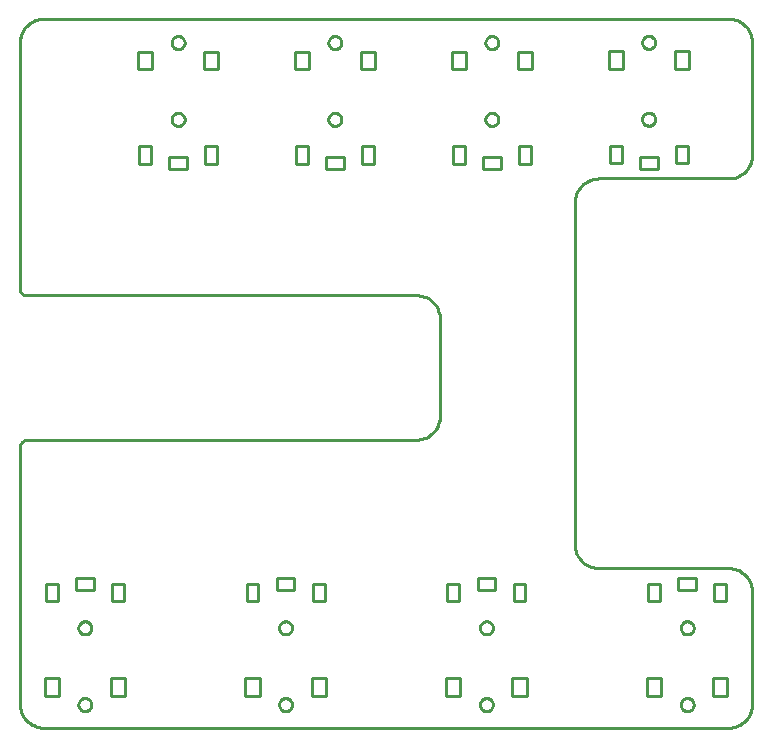
<source format=gko>
G04 EAGLE Gerber RS-274X export*
G75*
%MOMM*%
%FSLAX34Y34*%
%LPD*%
%IN*%
%IPPOS*%
%AMOC8*
5,1,8,0,0,1.08239X$1,22.5*%
G01*
%ADD10C,0.000000*%
%ADD11C,0.127000*%
%ADD12C,0.254000*%


D10*
X559500Y19500D02*
X559502Y19648D01*
X559508Y19796D01*
X559518Y19944D01*
X559532Y20092D01*
X559550Y20239D01*
X559572Y20386D01*
X559598Y20532D01*
X559627Y20677D01*
X559661Y20822D01*
X559699Y20965D01*
X559740Y21108D01*
X559785Y21249D01*
X559835Y21389D01*
X559887Y21527D01*
X559944Y21665D01*
X560004Y21800D01*
X560068Y21934D01*
X560135Y22066D01*
X560206Y22196D01*
X560281Y22325D01*
X560359Y22451D01*
X560440Y22575D01*
X560524Y22697D01*
X560612Y22816D01*
X560703Y22933D01*
X560797Y23048D01*
X560895Y23160D01*
X560995Y23269D01*
X561098Y23376D01*
X561204Y23480D01*
X561312Y23581D01*
X561424Y23679D01*
X561538Y23774D01*
X561654Y23865D01*
X561773Y23954D01*
X561894Y24039D01*
X562018Y24121D01*
X562144Y24200D01*
X562271Y24275D01*
X562401Y24347D01*
X562533Y24416D01*
X562666Y24480D01*
X562801Y24541D01*
X562938Y24599D01*
X563076Y24653D01*
X563216Y24703D01*
X563357Y24749D01*
X563499Y24791D01*
X563642Y24830D01*
X563786Y24864D01*
X563932Y24895D01*
X564077Y24922D01*
X564224Y24945D01*
X564371Y24964D01*
X564519Y24979D01*
X564666Y24990D01*
X564815Y24997D01*
X564963Y25000D01*
X565111Y24999D01*
X565259Y24994D01*
X565407Y24985D01*
X565555Y24972D01*
X565703Y24955D01*
X565849Y24934D01*
X565996Y24909D01*
X566141Y24880D01*
X566286Y24848D01*
X566429Y24811D01*
X566572Y24771D01*
X566714Y24726D01*
X566854Y24678D01*
X566993Y24626D01*
X567130Y24571D01*
X567266Y24511D01*
X567401Y24448D01*
X567533Y24382D01*
X567664Y24312D01*
X567793Y24238D01*
X567919Y24161D01*
X568044Y24081D01*
X568166Y23997D01*
X568287Y23910D01*
X568404Y23820D01*
X568520Y23726D01*
X568632Y23630D01*
X568742Y23531D01*
X568850Y23428D01*
X568954Y23323D01*
X569056Y23215D01*
X569154Y23104D01*
X569250Y22991D01*
X569343Y22875D01*
X569432Y22757D01*
X569518Y22636D01*
X569601Y22513D01*
X569681Y22388D01*
X569757Y22261D01*
X569830Y22131D01*
X569899Y22000D01*
X569964Y21867D01*
X570027Y21733D01*
X570085Y21596D01*
X570140Y21458D01*
X570190Y21319D01*
X570238Y21178D01*
X570281Y21037D01*
X570321Y20894D01*
X570356Y20750D01*
X570388Y20605D01*
X570416Y20459D01*
X570440Y20313D01*
X570460Y20166D01*
X570476Y20018D01*
X570488Y19871D01*
X570496Y19722D01*
X570500Y19574D01*
X570500Y19426D01*
X570496Y19278D01*
X570488Y19129D01*
X570476Y18982D01*
X570460Y18834D01*
X570440Y18687D01*
X570416Y18541D01*
X570388Y18395D01*
X570356Y18250D01*
X570321Y18106D01*
X570281Y17963D01*
X570238Y17822D01*
X570190Y17681D01*
X570140Y17542D01*
X570085Y17404D01*
X570027Y17267D01*
X569964Y17133D01*
X569899Y17000D01*
X569830Y16869D01*
X569757Y16739D01*
X569681Y16612D01*
X569601Y16487D01*
X569518Y16364D01*
X569432Y16243D01*
X569343Y16125D01*
X569250Y16009D01*
X569154Y15896D01*
X569056Y15785D01*
X568954Y15677D01*
X568850Y15572D01*
X568742Y15469D01*
X568632Y15370D01*
X568520Y15274D01*
X568404Y15180D01*
X568287Y15090D01*
X568166Y15003D01*
X568044Y14919D01*
X567919Y14839D01*
X567793Y14762D01*
X567664Y14688D01*
X567533Y14618D01*
X567401Y14552D01*
X567266Y14489D01*
X567130Y14429D01*
X566993Y14374D01*
X566854Y14322D01*
X566714Y14274D01*
X566572Y14229D01*
X566429Y14189D01*
X566286Y14152D01*
X566141Y14120D01*
X565996Y14091D01*
X565849Y14066D01*
X565703Y14045D01*
X565555Y14028D01*
X565407Y14015D01*
X565259Y14006D01*
X565111Y14001D01*
X564963Y14000D01*
X564815Y14003D01*
X564666Y14010D01*
X564519Y14021D01*
X564371Y14036D01*
X564224Y14055D01*
X564077Y14078D01*
X563932Y14105D01*
X563786Y14136D01*
X563642Y14170D01*
X563499Y14209D01*
X563357Y14251D01*
X563216Y14297D01*
X563076Y14347D01*
X562938Y14401D01*
X562801Y14459D01*
X562666Y14520D01*
X562533Y14584D01*
X562401Y14653D01*
X562271Y14725D01*
X562144Y14800D01*
X562018Y14879D01*
X561894Y14961D01*
X561773Y15046D01*
X561654Y15135D01*
X561538Y15226D01*
X561424Y15321D01*
X561312Y15419D01*
X561204Y15520D01*
X561098Y15624D01*
X560995Y15731D01*
X560895Y15840D01*
X560797Y15952D01*
X560703Y16067D01*
X560612Y16184D01*
X560524Y16303D01*
X560440Y16425D01*
X560359Y16549D01*
X560281Y16675D01*
X560206Y16804D01*
X560135Y16934D01*
X560068Y17066D01*
X560004Y17200D01*
X559944Y17335D01*
X559887Y17473D01*
X559835Y17611D01*
X559785Y17751D01*
X559740Y17892D01*
X559699Y18035D01*
X559661Y18178D01*
X559627Y18323D01*
X559598Y18468D01*
X559572Y18614D01*
X559550Y18761D01*
X559532Y18908D01*
X559518Y19056D01*
X559508Y19204D01*
X559502Y19352D01*
X559500Y19500D01*
X559500Y84500D02*
X559502Y84648D01*
X559508Y84796D01*
X559518Y84944D01*
X559532Y85092D01*
X559550Y85239D01*
X559572Y85386D01*
X559598Y85532D01*
X559627Y85677D01*
X559661Y85822D01*
X559699Y85965D01*
X559740Y86108D01*
X559785Y86249D01*
X559835Y86389D01*
X559887Y86527D01*
X559944Y86665D01*
X560004Y86800D01*
X560068Y86934D01*
X560135Y87066D01*
X560206Y87196D01*
X560281Y87325D01*
X560359Y87451D01*
X560440Y87575D01*
X560524Y87697D01*
X560612Y87816D01*
X560703Y87933D01*
X560797Y88048D01*
X560895Y88160D01*
X560995Y88269D01*
X561098Y88376D01*
X561204Y88480D01*
X561312Y88581D01*
X561424Y88679D01*
X561538Y88774D01*
X561654Y88865D01*
X561773Y88954D01*
X561894Y89039D01*
X562018Y89121D01*
X562144Y89200D01*
X562271Y89275D01*
X562401Y89347D01*
X562533Y89416D01*
X562666Y89480D01*
X562801Y89541D01*
X562938Y89599D01*
X563076Y89653D01*
X563216Y89703D01*
X563357Y89749D01*
X563499Y89791D01*
X563642Y89830D01*
X563786Y89864D01*
X563932Y89895D01*
X564077Y89922D01*
X564224Y89945D01*
X564371Y89964D01*
X564519Y89979D01*
X564666Y89990D01*
X564815Y89997D01*
X564963Y90000D01*
X565111Y89999D01*
X565259Y89994D01*
X565407Y89985D01*
X565555Y89972D01*
X565703Y89955D01*
X565849Y89934D01*
X565996Y89909D01*
X566141Y89880D01*
X566286Y89848D01*
X566429Y89811D01*
X566572Y89771D01*
X566714Y89726D01*
X566854Y89678D01*
X566993Y89626D01*
X567130Y89571D01*
X567266Y89511D01*
X567401Y89448D01*
X567533Y89382D01*
X567664Y89312D01*
X567793Y89238D01*
X567919Y89161D01*
X568044Y89081D01*
X568166Y88997D01*
X568287Y88910D01*
X568404Y88820D01*
X568520Y88726D01*
X568632Y88630D01*
X568742Y88531D01*
X568850Y88428D01*
X568954Y88323D01*
X569056Y88215D01*
X569154Y88104D01*
X569250Y87991D01*
X569343Y87875D01*
X569432Y87757D01*
X569518Y87636D01*
X569601Y87513D01*
X569681Y87388D01*
X569757Y87261D01*
X569830Y87131D01*
X569899Y87000D01*
X569964Y86867D01*
X570027Y86733D01*
X570085Y86596D01*
X570140Y86458D01*
X570190Y86319D01*
X570238Y86178D01*
X570281Y86037D01*
X570321Y85894D01*
X570356Y85750D01*
X570388Y85605D01*
X570416Y85459D01*
X570440Y85313D01*
X570460Y85166D01*
X570476Y85018D01*
X570488Y84871D01*
X570496Y84722D01*
X570500Y84574D01*
X570500Y84426D01*
X570496Y84278D01*
X570488Y84129D01*
X570476Y83982D01*
X570460Y83834D01*
X570440Y83687D01*
X570416Y83541D01*
X570388Y83395D01*
X570356Y83250D01*
X570321Y83106D01*
X570281Y82963D01*
X570238Y82822D01*
X570190Y82681D01*
X570140Y82542D01*
X570085Y82404D01*
X570027Y82267D01*
X569964Y82133D01*
X569899Y82000D01*
X569830Y81869D01*
X569757Y81739D01*
X569681Y81612D01*
X569601Y81487D01*
X569518Y81364D01*
X569432Y81243D01*
X569343Y81125D01*
X569250Y81009D01*
X569154Y80896D01*
X569056Y80785D01*
X568954Y80677D01*
X568850Y80572D01*
X568742Y80469D01*
X568632Y80370D01*
X568520Y80274D01*
X568404Y80180D01*
X568287Y80090D01*
X568166Y80003D01*
X568044Y79919D01*
X567919Y79839D01*
X567793Y79762D01*
X567664Y79688D01*
X567533Y79618D01*
X567401Y79552D01*
X567266Y79489D01*
X567130Y79429D01*
X566993Y79374D01*
X566854Y79322D01*
X566714Y79274D01*
X566572Y79229D01*
X566429Y79189D01*
X566286Y79152D01*
X566141Y79120D01*
X565996Y79091D01*
X565849Y79066D01*
X565703Y79045D01*
X565555Y79028D01*
X565407Y79015D01*
X565259Y79006D01*
X565111Y79001D01*
X564963Y79000D01*
X564815Y79003D01*
X564666Y79010D01*
X564519Y79021D01*
X564371Y79036D01*
X564224Y79055D01*
X564077Y79078D01*
X563932Y79105D01*
X563786Y79136D01*
X563642Y79170D01*
X563499Y79209D01*
X563357Y79251D01*
X563216Y79297D01*
X563076Y79347D01*
X562938Y79401D01*
X562801Y79459D01*
X562666Y79520D01*
X562533Y79584D01*
X562401Y79653D01*
X562271Y79725D01*
X562144Y79800D01*
X562018Y79879D01*
X561894Y79961D01*
X561773Y80046D01*
X561654Y80135D01*
X561538Y80226D01*
X561424Y80321D01*
X561312Y80419D01*
X561204Y80520D01*
X561098Y80624D01*
X560995Y80731D01*
X560895Y80840D01*
X560797Y80952D01*
X560703Y81067D01*
X560612Y81184D01*
X560524Y81303D01*
X560440Y81425D01*
X560359Y81549D01*
X560281Y81675D01*
X560206Y81804D01*
X560135Y81934D01*
X560068Y82066D01*
X560004Y82200D01*
X559944Y82335D01*
X559887Y82473D01*
X559835Y82611D01*
X559785Y82751D01*
X559740Y82892D01*
X559699Y83035D01*
X559661Y83178D01*
X559627Y83323D01*
X559598Y83468D01*
X559572Y83614D01*
X559550Y83761D01*
X559532Y83908D01*
X559518Y84056D01*
X559508Y84204D01*
X559502Y84352D01*
X559500Y84500D01*
X526900Y580200D02*
X526902Y580348D01*
X526908Y580496D01*
X526918Y580644D01*
X526932Y580792D01*
X526950Y580939D01*
X526972Y581086D01*
X526998Y581232D01*
X527027Y581377D01*
X527061Y581522D01*
X527099Y581665D01*
X527140Y581808D01*
X527185Y581949D01*
X527235Y582089D01*
X527287Y582227D01*
X527344Y582365D01*
X527404Y582500D01*
X527468Y582634D01*
X527535Y582766D01*
X527606Y582896D01*
X527681Y583025D01*
X527759Y583151D01*
X527840Y583275D01*
X527924Y583397D01*
X528012Y583516D01*
X528103Y583633D01*
X528197Y583748D01*
X528295Y583860D01*
X528395Y583969D01*
X528498Y584076D01*
X528604Y584180D01*
X528712Y584281D01*
X528824Y584379D01*
X528938Y584474D01*
X529054Y584565D01*
X529173Y584654D01*
X529294Y584739D01*
X529418Y584821D01*
X529544Y584900D01*
X529671Y584975D01*
X529801Y585047D01*
X529933Y585116D01*
X530066Y585180D01*
X530201Y585241D01*
X530338Y585299D01*
X530476Y585353D01*
X530616Y585403D01*
X530757Y585449D01*
X530899Y585491D01*
X531042Y585530D01*
X531186Y585564D01*
X531332Y585595D01*
X531477Y585622D01*
X531624Y585645D01*
X531771Y585664D01*
X531919Y585679D01*
X532066Y585690D01*
X532215Y585697D01*
X532363Y585700D01*
X532511Y585699D01*
X532659Y585694D01*
X532807Y585685D01*
X532955Y585672D01*
X533103Y585655D01*
X533249Y585634D01*
X533396Y585609D01*
X533541Y585580D01*
X533686Y585548D01*
X533829Y585511D01*
X533972Y585471D01*
X534114Y585426D01*
X534254Y585378D01*
X534393Y585326D01*
X534530Y585271D01*
X534666Y585211D01*
X534801Y585148D01*
X534933Y585082D01*
X535064Y585012D01*
X535193Y584938D01*
X535319Y584861D01*
X535444Y584781D01*
X535566Y584697D01*
X535687Y584610D01*
X535804Y584520D01*
X535920Y584426D01*
X536032Y584330D01*
X536142Y584231D01*
X536250Y584128D01*
X536354Y584023D01*
X536456Y583915D01*
X536554Y583804D01*
X536650Y583691D01*
X536743Y583575D01*
X536832Y583457D01*
X536918Y583336D01*
X537001Y583213D01*
X537081Y583088D01*
X537157Y582961D01*
X537230Y582831D01*
X537299Y582700D01*
X537364Y582567D01*
X537427Y582433D01*
X537485Y582296D01*
X537540Y582158D01*
X537590Y582019D01*
X537638Y581878D01*
X537681Y581737D01*
X537721Y581594D01*
X537756Y581450D01*
X537788Y581305D01*
X537816Y581159D01*
X537840Y581013D01*
X537860Y580866D01*
X537876Y580718D01*
X537888Y580571D01*
X537896Y580422D01*
X537900Y580274D01*
X537900Y580126D01*
X537896Y579978D01*
X537888Y579829D01*
X537876Y579682D01*
X537860Y579534D01*
X537840Y579387D01*
X537816Y579241D01*
X537788Y579095D01*
X537756Y578950D01*
X537721Y578806D01*
X537681Y578663D01*
X537638Y578522D01*
X537590Y578381D01*
X537540Y578242D01*
X537485Y578104D01*
X537427Y577967D01*
X537364Y577833D01*
X537299Y577700D01*
X537230Y577569D01*
X537157Y577439D01*
X537081Y577312D01*
X537001Y577187D01*
X536918Y577064D01*
X536832Y576943D01*
X536743Y576825D01*
X536650Y576709D01*
X536554Y576596D01*
X536456Y576485D01*
X536354Y576377D01*
X536250Y576272D01*
X536142Y576169D01*
X536032Y576070D01*
X535920Y575974D01*
X535804Y575880D01*
X535687Y575790D01*
X535566Y575703D01*
X535444Y575619D01*
X535319Y575539D01*
X535193Y575462D01*
X535064Y575388D01*
X534933Y575318D01*
X534801Y575252D01*
X534666Y575189D01*
X534530Y575129D01*
X534393Y575074D01*
X534254Y575022D01*
X534114Y574974D01*
X533972Y574929D01*
X533829Y574889D01*
X533686Y574852D01*
X533541Y574820D01*
X533396Y574791D01*
X533249Y574766D01*
X533103Y574745D01*
X532955Y574728D01*
X532807Y574715D01*
X532659Y574706D01*
X532511Y574701D01*
X532363Y574700D01*
X532215Y574703D01*
X532066Y574710D01*
X531919Y574721D01*
X531771Y574736D01*
X531624Y574755D01*
X531477Y574778D01*
X531332Y574805D01*
X531186Y574836D01*
X531042Y574870D01*
X530899Y574909D01*
X530757Y574951D01*
X530616Y574997D01*
X530476Y575047D01*
X530338Y575101D01*
X530201Y575159D01*
X530066Y575220D01*
X529933Y575284D01*
X529801Y575353D01*
X529671Y575425D01*
X529544Y575500D01*
X529418Y575579D01*
X529294Y575661D01*
X529173Y575746D01*
X529054Y575835D01*
X528938Y575926D01*
X528824Y576021D01*
X528712Y576119D01*
X528604Y576220D01*
X528498Y576324D01*
X528395Y576431D01*
X528295Y576540D01*
X528197Y576652D01*
X528103Y576767D01*
X528012Y576884D01*
X527924Y577003D01*
X527840Y577125D01*
X527759Y577249D01*
X527681Y577375D01*
X527606Y577504D01*
X527535Y577634D01*
X527468Y577766D01*
X527404Y577900D01*
X527344Y578035D01*
X527287Y578173D01*
X527235Y578311D01*
X527185Y578451D01*
X527140Y578592D01*
X527099Y578735D01*
X527061Y578878D01*
X527027Y579023D01*
X526998Y579168D01*
X526972Y579314D01*
X526950Y579461D01*
X526932Y579608D01*
X526918Y579756D01*
X526908Y579904D01*
X526902Y580052D01*
X526900Y580200D01*
X526900Y515200D02*
X526902Y515348D01*
X526908Y515496D01*
X526918Y515644D01*
X526932Y515792D01*
X526950Y515939D01*
X526972Y516086D01*
X526998Y516232D01*
X527027Y516377D01*
X527061Y516522D01*
X527099Y516665D01*
X527140Y516808D01*
X527185Y516949D01*
X527235Y517089D01*
X527287Y517227D01*
X527344Y517365D01*
X527404Y517500D01*
X527468Y517634D01*
X527535Y517766D01*
X527606Y517896D01*
X527681Y518025D01*
X527759Y518151D01*
X527840Y518275D01*
X527924Y518397D01*
X528012Y518516D01*
X528103Y518633D01*
X528197Y518748D01*
X528295Y518860D01*
X528395Y518969D01*
X528498Y519076D01*
X528604Y519180D01*
X528712Y519281D01*
X528824Y519379D01*
X528938Y519474D01*
X529054Y519565D01*
X529173Y519654D01*
X529294Y519739D01*
X529418Y519821D01*
X529544Y519900D01*
X529671Y519975D01*
X529801Y520047D01*
X529933Y520116D01*
X530066Y520180D01*
X530201Y520241D01*
X530338Y520299D01*
X530476Y520353D01*
X530616Y520403D01*
X530757Y520449D01*
X530899Y520491D01*
X531042Y520530D01*
X531186Y520564D01*
X531332Y520595D01*
X531477Y520622D01*
X531624Y520645D01*
X531771Y520664D01*
X531919Y520679D01*
X532066Y520690D01*
X532215Y520697D01*
X532363Y520700D01*
X532511Y520699D01*
X532659Y520694D01*
X532807Y520685D01*
X532955Y520672D01*
X533103Y520655D01*
X533249Y520634D01*
X533396Y520609D01*
X533541Y520580D01*
X533686Y520548D01*
X533829Y520511D01*
X533972Y520471D01*
X534114Y520426D01*
X534254Y520378D01*
X534393Y520326D01*
X534530Y520271D01*
X534666Y520211D01*
X534801Y520148D01*
X534933Y520082D01*
X535064Y520012D01*
X535193Y519938D01*
X535319Y519861D01*
X535444Y519781D01*
X535566Y519697D01*
X535687Y519610D01*
X535804Y519520D01*
X535920Y519426D01*
X536032Y519330D01*
X536142Y519231D01*
X536250Y519128D01*
X536354Y519023D01*
X536456Y518915D01*
X536554Y518804D01*
X536650Y518691D01*
X536743Y518575D01*
X536832Y518457D01*
X536918Y518336D01*
X537001Y518213D01*
X537081Y518088D01*
X537157Y517961D01*
X537230Y517831D01*
X537299Y517700D01*
X537364Y517567D01*
X537427Y517433D01*
X537485Y517296D01*
X537540Y517158D01*
X537590Y517019D01*
X537638Y516878D01*
X537681Y516737D01*
X537721Y516594D01*
X537756Y516450D01*
X537788Y516305D01*
X537816Y516159D01*
X537840Y516013D01*
X537860Y515866D01*
X537876Y515718D01*
X537888Y515571D01*
X537896Y515422D01*
X537900Y515274D01*
X537900Y515126D01*
X537896Y514978D01*
X537888Y514829D01*
X537876Y514682D01*
X537860Y514534D01*
X537840Y514387D01*
X537816Y514241D01*
X537788Y514095D01*
X537756Y513950D01*
X537721Y513806D01*
X537681Y513663D01*
X537638Y513522D01*
X537590Y513381D01*
X537540Y513242D01*
X537485Y513104D01*
X537427Y512967D01*
X537364Y512833D01*
X537299Y512700D01*
X537230Y512569D01*
X537157Y512439D01*
X537081Y512312D01*
X537001Y512187D01*
X536918Y512064D01*
X536832Y511943D01*
X536743Y511825D01*
X536650Y511709D01*
X536554Y511596D01*
X536456Y511485D01*
X536354Y511377D01*
X536250Y511272D01*
X536142Y511169D01*
X536032Y511070D01*
X535920Y510974D01*
X535804Y510880D01*
X535687Y510790D01*
X535566Y510703D01*
X535444Y510619D01*
X535319Y510539D01*
X535193Y510462D01*
X535064Y510388D01*
X534933Y510318D01*
X534801Y510252D01*
X534666Y510189D01*
X534530Y510129D01*
X534393Y510074D01*
X534254Y510022D01*
X534114Y509974D01*
X533972Y509929D01*
X533829Y509889D01*
X533686Y509852D01*
X533541Y509820D01*
X533396Y509791D01*
X533249Y509766D01*
X533103Y509745D01*
X532955Y509728D01*
X532807Y509715D01*
X532659Y509706D01*
X532511Y509701D01*
X532363Y509700D01*
X532215Y509703D01*
X532066Y509710D01*
X531919Y509721D01*
X531771Y509736D01*
X531624Y509755D01*
X531477Y509778D01*
X531332Y509805D01*
X531186Y509836D01*
X531042Y509870D01*
X530899Y509909D01*
X530757Y509951D01*
X530616Y509997D01*
X530476Y510047D01*
X530338Y510101D01*
X530201Y510159D01*
X530066Y510220D01*
X529933Y510284D01*
X529801Y510353D01*
X529671Y510425D01*
X529544Y510500D01*
X529418Y510579D01*
X529294Y510661D01*
X529173Y510746D01*
X529054Y510835D01*
X528938Y510926D01*
X528824Y511021D01*
X528712Y511119D01*
X528604Y511220D01*
X528498Y511324D01*
X528395Y511431D01*
X528295Y511540D01*
X528197Y511652D01*
X528103Y511767D01*
X528012Y511884D01*
X527924Y512003D01*
X527840Y512125D01*
X527759Y512249D01*
X527681Y512375D01*
X527606Y512504D01*
X527535Y512634D01*
X527468Y512766D01*
X527404Y512900D01*
X527344Y513035D01*
X527287Y513173D01*
X527235Y513311D01*
X527185Y513451D01*
X527140Y513592D01*
X527099Y513735D01*
X527061Y513878D01*
X527027Y514023D01*
X526998Y514168D01*
X526972Y514314D01*
X526950Y514461D01*
X526932Y514608D01*
X526918Y514756D01*
X526908Y514904D01*
X526902Y515052D01*
X526900Y515200D01*
X389500Y19500D02*
X389502Y19648D01*
X389508Y19796D01*
X389518Y19944D01*
X389532Y20092D01*
X389550Y20239D01*
X389572Y20386D01*
X389598Y20532D01*
X389627Y20677D01*
X389661Y20822D01*
X389699Y20965D01*
X389740Y21108D01*
X389785Y21249D01*
X389835Y21389D01*
X389887Y21527D01*
X389944Y21665D01*
X390004Y21800D01*
X390068Y21934D01*
X390135Y22066D01*
X390206Y22196D01*
X390281Y22325D01*
X390359Y22451D01*
X390440Y22575D01*
X390524Y22697D01*
X390612Y22816D01*
X390703Y22933D01*
X390797Y23048D01*
X390895Y23160D01*
X390995Y23269D01*
X391098Y23376D01*
X391204Y23480D01*
X391312Y23581D01*
X391424Y23679D01*
X391538Y23774D01*
X391654Y23865D01*
X391773Y23954D01*
X391894Y24039D01*
X392018Y24121D01*
X392144Y24200D01*
X392271Y24275D01*
X392401Y24347D01*
X392533Y24416D01*
X392666Y24480D01*
X392801Y24541D01*
X392938Y24599D01*
X393076Y24653D01*
X393216Y24703D01*
X393357Y24749D01*
X393499Y24791D01*
X393642Y24830D01*
X393786Y24864D01*
X393932Y24895D01*
X394077Y24922D01*
X394224Y24945D01*
X394371Y24964D01*
X394519Y24979D01*
X394666Y24990D01*
X394815Y24997D01*
X394963Y25000D01*
X395111Y24999D01*
X395259Y24994D01*
X395407Y24985D01*
X395555Y24972D01*
X395703Y24955D01*
X395849Y24934D01*
X395996Y24909D01*
X396141Y24880D01*
X396286Y24848D01*
X396429Y24811D01*
X396572Y24771D01*
X396714Y24726D01*
X396854Y24678D01*
X396993Y24626D01*
X397130Y24571D01*
X397266Y24511D01*
X397401Y24448D01*
X397533Y24382D01*
X397664Y24312D01*
X397793Y24238D01*
X397919Y24161D01*
X398044Y24081D01*
X398166Y23997D01*
X398287Y23910D01*
X398404Y23820D01*
X398520Y23726D01*
X398632Y23630D01*
X398742Y23531D01*
X398850Y23428D01*
X398954Y23323D01*
X399056Y23215D01*
X399154Y23104D01*
X399250Y22991D01*
X399343Y22875D01*
X399432Y22757D01*
X399518Y22636D01*
X399601Y22513D01*
X399681Y22388D01*
X399757Y22261D01*
X399830Y22131D01*
X399899Y22000D01*
X399964Y21867D01*
X400027Y21733D01*
X400085Y21596D01*
X400140Y21458D01*
X400190Y21319D01*
X400238Y21178D01*
X400281Y21037D01*
X400321Y20894D01*
X400356Y20750D01*
X400388Y20605D01*
X400416Y20459D01*
X400440Y20313D01*
X400460Y20166D01*
X400476Y20018D01*
X400488Y19871D01*
X400496Y19722D01*
X400500Y19574D01*
X400500Y19426D01*
X400496Y19278D01*
X400488Y19129D01*
X400476Y18982D01*
X400460Y18834D01*
X400440Y18687D01*
X400416Y18541D01*
X400388Y18395D01*
X400356Y18250D01*
X400321Y18106D01*
X400281Y17963D01*
X400238Y17822D01*
X400190Y17681D01*
X400140Y17542D01*
X400085Y17404D01*
X400027Y17267D01*
X399964Y17133D01*
X399899Y17000D01*
X399830Y16869D01*
X399757Y16739D01*
X399681Y16612D01*
X399601Y16487D01*
X399518Y16364D01*
X399432Y16243D01*
X399343Y16125D01*
X399250Y16009D01*
X399154Y15896D01*
X399056Y15785D01*
X398954Y15677D01*
X398850Y15572D01*
X398742Y15469D01*
X398632Y15370D01*
X398520Y15274D01*
X398404Y15180D01*
X398287Y15090D01*
X398166Y15003D01*
X398044Y14919D01*
X397919Y14839D01*
X397793Y14762D01*
X397664Y14688D01*
X397533Y14618D01*
X397401Y14552D01*
X397266Y14489D01*
X397130Y14429D01*
X396993Y14374D01*
X396854Y14322D01*
X396714Y14274D01*
X396572Y14229D01*
X396429Y14189D01*
X396286Y14152D01*
X396141Y14120D01*
X395996Y14091D01*
X395849Y14066D01*
X395703Y14045D01*
X395555Y14028D01*
X395407Y14015D01*
X395259Y14006D01*
X395111Y14001D01*
X394963Y14000D01*
X394815Y14003D01*
X394666Y14010D01*
X394519Y14021D01*
X394371Y14036D01*
X394224Y14055D01*
X394077Y14078D01*
X393932Y14105D01*
X393786Y14136D01*
X393642Y14170D01*
X393499Y14209D01*
X393357Y14251D01*
X393216Y14297D01*
X393076Y14347D01*
X392938Y14401D01*
X392801Y14459D01*
X392666Y14520D01*
X392533Y14584D01*
X392401Y14653D01*
X392271Y14725D01*
X392144Y14800D01*
X392018Y14879D01*
X391894Y14961D01*
X391773Y15046D01*
X391654Y15135D01*
X391538Y15226D01*
X391424Y15321D01*
X391312Y15419D01*
X391204Y15520D01*
X391098Y15624D01*
X390995Y15731D01*
X390895Y15840D01*
X390797Y15952D01*
X390703Y16067D01*
X390612Y16184D01*
X390524Y16303D01*
X390440Y16425D01*
X390359Y16549D01*
X390281Y16675D01*
X390206Y16804D01*
X390135Y16934D01*
X390068Y17066D01*
X390004Y17200D01*
X389944Y17335D01*
X389887Y17473D01*
X389835Y17611D01*
X389785Y17751D01*
X389740Y17892D01*
X389699Y18035D01*
X389661Y18178D01*
X389627Y18323D01*
X389598Y18468D01*
X389572Y18614D01*
X389550Y18761D01*
X389532Y18908D01*
X389518Y19056D01*
X389508Y19204D01*
X389502Y19352D01*
X389500Y19500D01*
X389500Y84500D02*
X389502Y84648D01*
X389508Y84796D01*
X389518Y84944D01*
X389532Y85092D01*
X389550Y85239D01*
X389572Y85386D01*
X389598Y85532D01*
X389627Y85677D01*
X389661Y85822D01*
X389699Y85965D01*
X389740Y86108D01*
X389785Y86249D01*
X389835Y86389D01*
X389887Y86527D01*
X389944Y86665D01*
X390004Y86800D01*
X390068Y86934D01*
X390135Y87066D01*
X390206Y87196D01*
X390281Y87325D01*
X390359Y87451D01*
X390440Y87575D01*
X390524Y87697D01*
X390612Y87816D01*
X390703Y87933D01*
X390797Y88048D01*
X390895Y88160D01*
X390995Y88269D01*
X391098Y88376D01*
X391204Y88480D01*
X391312Y88581D01*
X391424Y88679D01*
X391538Y88774D01*
X391654Y88865D01*
X391773Y88954D01*
X391894Y89039D01*
X392018Y89121D01*
X392144Y89200D01*
X392271Y89275D01*
X392401Y89347D01*
X392533Y89416D01*
X392666Y89480D01*
X392801Y89541D01*
X392938Y89599D01*
X393076Y89653D01*
X393216Y89703D01*
X393357Y89749D01*
X393499Y89791D01*
X393642Y89830D01*
X393786Y89864D01*
X393932Y89895D01*
X394077Y89922D01*
X394224Y89945D01*
X394371Y89964D01*
X394519Y89979D01*
X394666Y89990D01*
X394815Y89997D01*
X394963Y90000D01*
X395111Y89999D01*
X395259Y89994D01*
X395407Y89985D01*
X395555Y89972D01*
X395703Y89955D01*
X395849Y89934D01*
X395996Y89909D01*
X396141Y89880D01*
X396286Y89848D01*
X396429Y89811D01*
X396572Y89771D01*
X396714Y89726D01*
X396854Y89678D01*
X396993Y89626D01*
X397130Y89571D01*
X397266Y89511D01*
X397401Y89448D01*
X397533Y89382D01*
X397664Y89312D01*
X397793Y89238D01*
X397919Y89161D01*
X398044Y89081D01*
X398166Y88997D01*
X398287Y88910D01*
X398404Y88820D01*
X398520Y88726D01*
X398632Y88630D01*
X398742Y88531D01*
X398850Y88428D01*
X398954Y88323D01*
X399056Y88215D01*
X399154Y88104D01*
X399250Y87991D01*
X399343Y87875D01*
X399432Y87757D01*
X399518Y87636D01*
X399601Y87513D01*
X399681Y87388D01*
X399757Y87261D01*
X399830Y87131D01*
X399899Y87000D01*
X399964Y86867D01*
X400027Y86733D01*
X400085Y86596D01*
X400140Y86458D01*
X400190Y86319D01*
X400238Y86178D01*
X400281Y86037D01*
X400321Y85894D01*
X400356Y85750D01*
X400388Y85605D01*
X400416Y85459D01*
X400440Y85313D01*
X400460Y85166D01*
X400476Y85018D01*
X400488Y84871D01*
X400496Y84722D01*
X400500Y84574D01*
X400500Y84426D01*
X400496Y84278D01*
X400488Y84129D01*
X400476Y83982D01*
X400460Y83834D01*
X400440Y83687D01*
X400416Y83541D01*
X400388Y83395D01*
X400356Y83250D01*
X400321Y83106D01*
X400281Y82963D01*
X400238Y82822D01*
X400190Y82681D01*
X400140Y82542D01*
X400085Y82404D01*
X400027Y82267D01*
X399964Y82133D01*
X399899Y82000D01*
X399830Y81869D01*
X399757Y81739D01*
X399681Y81612D01*
X399601Y81487D01*
X399518Y81364D01*
X399432Y81243D01*
X399343Y81125D01*
X399250Y81009D01*
X399154Y80896D01*
X399056Y80785D01*
X398954Y80677D01*
X398850Y80572D01*
X398742Y80469D01*
X398632Y80370D01*
X398520Y80274D01*
X398404Y80180D01*
X398287Y80090D01*
X398166Y80003D01*
X398044Y79919D01*
X397919Y79839D01*
X397793Y79762D01*
X397664Y79688D01*
X397533Y79618D01*
X397401Y79552D01*
X397266Y79489D01*
X397130Y79429D01*
X396993Y79374D01*
X396854Y79322D01*
X396714Y79274D01*
X396572Y79229D01*
X396429Y79189D01*
X396286Y79152D01*
X396141Y79120D01*
X395996Y79091D01*
X395849Y79066D01*
X395703Y79045D01*
X395555Y79028D01*
X395407Y79015D01*
X395259Y79006D01*
X395111Y79001D01*
X394963Y79000D01*
X394815Y79003D01*
X394666Y79010D01*
X394519Y79021D01*
X394371Y79036D01*
X394224Y79055D01*
X394077Y79078D01*
X393932Y79105D01*
X393786Y79136D01*
X393642Y79170D01*
X393499Y79209D01*
X393357Y79251D01*
X393216Y79297D01*
X393076Y79347D01*
X392938Y79401D01*
X392801Y79459D01*
X392666Y79520D01*
X392533Y79584D01*
X392401Y79653D01*
X392271Y79725D01*
X392144Y79800D01*
X392018Y79879D01*
X391894Y79961D01*
X391773Y80046D01*
X391654Y80135D01*
X391538Y80226D01*
X391424Y80321D01*
X391312Y80419D01*
X391204Y80520D01*
X391098Y80624D01*
X390995Y80731D01*
X390895Y80840D01*
X390797Y80952D01*
X390703Y81067D01*
X390612Y81184D01*
X390524Y81303D01*
X390440Y81425D01*
X390359Y81549D01*
X390281Y81675D01*
X390206Y81804D01*
X390135Y81934D01*
X390068Y82066D01*
X390004Y82200D01*
X389944Y82335D01*
X389887Y82473D01*
X389835Y82611D01*
X389785Y82751D01*
X389740Y82892D01*
X389699Y83035D01*
X389661Y83178D01*
X389627Y83323D01*
X389598Y83468D01*
X389572Y83614D01*
X389550Y83761D01*
X389532Y83908D01*
X389518Y84056D01*
X389508Y84204D01*
X389502Y84352D01*
X389500Y84500D01*
X219500Y19500D02*
X219502Y19648D01*
X219508Y19796D01*
X219518Y19944D01*
X219532Y20092D01*
X219550Y20239D01*
X219572Y20386D01*
X219598Y20532D01*
X219627Y20677D01*
X219661Y20822D01*
X219699Y20965D01*
X219740Y21108D01*
X219785Y21249D01*
X219835Y21389D01*
X219887Y21527D01*
X219944Y21665D01*
X220004Y21800D01*
X220068Y21934D01*
X220135Y22066D01*
X220206Y22196D01*
X220281Y22325D01*
X220359Y22451D01*
X220440Y22575D01*
X220524Y22697D01*
X220612Y22816D01*
X220703Y22933D01*
X220797Y23048D01*
X220895Y23160D01*
X220995Y23269D01*
X221098Y23376D01*
X221204Y23480D01*
X221312Y23581D01*
X221424Y23679D01*
X221538Y23774D01*
X221654Y23865D01*
X221773Y23954D01*
X221894Y24039D01*
X222018Y24121D01*
X222144Y24200D01*
X222271Y24275D01*
X222401Y24347D01*
X222533Y24416D01*
X222666Y24480D01*
X222801Y24541D01*
X222938Y24599D01*
X223076Y24653D01*
X223216Y24703D01*
X223357Y24749D01*
X223499Y24791D01*
X223642Y24830D01*
X223786Y24864D01*
X223932Y24895D01*
X224077Y24922D01*
X224224Y24945D01*
X224371Y24964D01*
X224519Y24979D01*
X224666Y24990D01*
X224815Y24997D01*
X224963Y25000D01*
X225111Y24999D01*
X225259Y24994D01*
X225407Y24985D01*
X225555Y24972D01*
X225703Y24955D01*
X225849Y24934D01*
X225996Y24909D01*
X226141Y24880D01*
X226286Y24848D01*
X226429Y24811D01*
X226572Y24771D01*
X226714Y24726D01*
X226854Y24678D01*
X226993Y24626D01*
X227130Y24571D01*
X227266Y24511D01*
X227401Y24448D01*
X227533Y24382D01*
X227664Y24312D01*
X227793Y24238D01*
X227919Y24161D01*
X228044Y24081D01*
X228166Y23997D01*
X228287Y23910D01*
X228404Y23820D01*
X228520Y23726D01*
X228632Y23630D01*
X228742Y23531D01*
X228850Y23428D01*
X228954Y23323D01*
X229056Y23215D01*
X229154Y23104D01*
X229250Y22991D01*
X229343Y22875D01*
X229432Y22757D01*
X229518Y22636D01*
X229601Y22513D01*
X229681Y22388D01*
X229757Y22261D01*
X229830Y22131D01*
X229899Y22000D01*
X229964Y21867D01*
X230027Y21733D01*
X230085Y21596D01*
X230140Y21458D01*
X230190Y21319D01*
X230238Y21178D01*
X230281Y21037D01*
X230321Y20894D01*
X230356Y20750D01*
X230388Y20605D01*
X230416Y20459D01*
X230440Y20313D01*
X230460Y20166D01*
X230476Y20018D01*
X230488Y19871D01*
X230496Y19722D01*
X230500Y19574D01*
X230500Y19426D01*
X230496Y19278D01*
X230488Y19129D01*
X230476Y18982D01*
X230460Y18834D01*
X230440Y18687D01*
X230416Y18541D01*
X230388Y18395D01*
X230356Y18250D01*
X230321Y18106D01*
X230281Y17963D01*
X230238Y17822D01*
X230190Y17681D01*
X230140Y17542D01*
X230085Y17404D01*
X230027Y17267D01*
X229964Y17133D01*
X229899Y17000D01*
X229830Y16869D01*
X229757Y16739D01*
X229681Y16612D01*
X229601Y16487D01*
X229518Y16364D01*
X229432Y16243D01*
X229343Y16125D01*
X229250Y16009D01*
X229154Y15896D01*
X229056Y15785D01*
X228954Y15677D01*
X228850Y15572D01*
X228742Y15469D01*
X228632Y15370D01*
X228520Y15274D01*
X228404Y15180D01*
X228287Y15090D01*
X228166Y15003D01*
X228044Y14919D01*
X227919Y14839D01*
X227793Y14762D01*
X227664Y14688D01*
X227533Y14618D01*
X227401Y14552D01*
X227266Y14489D01*
X227130Y14429D01*
X226993Y14374D01*
X226854Y14322D01*
X226714Y14274D01*
X226572Y14229D01*
X226429Y14189D01*
X226286Y14152D01*
X226141Y14120D01*
X225996Y14091D01*
X225849Y14066D01*
X225703Y14045D01*
X225555Y14028D01*
X225407Y14015D01*
X225259Y14006D01*
X225111Y14001D01*
X224963Y14000D01*
X224815Y14003D01*
X224666Y14010D01*
X224519Y14021D01*
X224371Y14036D01*
X224224Y14055D01*
X224077Y14078D01*
X223932Y14105D01*
X223786Y14136D01*
X223642Y14170D01*
X223499Y14209D01*
X223357Y14251D01*
X223216Y14297D01*
X223076Y14347D01*
X222938Y14401D01*
X222801Y14459D01*
X222666Y14520D01*
X222533Y14584D01*
X222401Y14653D01*
X222271Y14725D01*
X222144Y14800D01*
X222018Y14879D01*
X221894Y14961D01*
X221773Y15046D01*
X221654Y15135D01*
X221538Y15226D01*
X221424Y15321D01*
X221312Y15419D01*
X221204Y15520D01*
X221098Y15624D01*
X220995Y15731D01*
X220895Y15840D01*
X220797Y15952D01*
X220703Y16067D01*
X220612Y16184D01*
X220524Y16303D01*
X220440Y16425D01*
X220359Y16549D01*
X220281Y16675D01*
X220206Y16804D01*
X220135Y16934D01*
X220068Y17066D01*
X220004Y17200D01*
X219944Y17335D01*
X219887Y17473D01*
X219835Y17611D01*
X219785Y17751D01*
X219740Y17892D01*
X219699Y18035D01*
X219661Y18178D01*
X219627Y18323D01*
X219598Y18468D01*
X219572Y18614D01*
X219550Y18761D01*
X219532Y18908D01*
X219518Y19056D01*
X219508Y19204D01*
X219502Y19352D01*
X219500Y19500D01*
X219500Y84500D02*
X219502Y84648D01*
X219508Y84796D01*
X219518Y84944D01*
X219532Y85092D01*
X219550Y85239D01*
X219572Y85386D01*
X219598Y85532D01*
X219627Y85677D01*
X219661Y85822D01*
X219699Y85965D01*
X219740Y86108D01*
X219785Y86249D01*
X219835Y86389D01*
X219887Y86527D01*
X219944Y86665D01*
X220004Y86800D01*
X220068Y86934D01*
X220135Y87066D01*
X220206Y87196D01*
X220281Y87325D01*
X220359Y87451D01*
X220440Y87575D01*
X220524Y87697D01*
X220612Y87816D01*
X220703Y87933D01*
X220797Y88048D01*
X220895Y88160D01*
X220995Y88269D01*
X221098Y88376D01*
X221204Y88480D01*
X221312Y88581D01*
X221424Y88679D01*
X221538Y88774D01*
X221654Y88865D01*
X221773Y88954D01*
X221894Y89039D01*
X222018Y89121D01*
X222144Y89200D01*
X222271Y89275D01*
X222401Y89347D01*
X222533Y89416D01*
X222666Y89480D01*
X222801Y89541D01*
X222938Y89599D01*
X223076Y89653D01*
X223216Y89703D01*
X223357Y89749D01*
X223499Y89791D01*
X223642Y89830D01*
X223786Y89864D01*
X223932Y89895D01*
X224077Y89922D01*
X224224Y89945D01*
X224371Y89964D01*
X224519Y89979D01*
X224666Y89990D01*
X224815Y89997D01*
X224963Y90000D01*
X225111Y89999D01*
X225259Y89994D01*
X225407Y89985D01*
X225555Y89972D01*
X225703Y89955D01*
X225849Y89934D01*
X225996Y89909D01*
X226141Y89880D01*
X226286Y89848D01*
X226429Y89811D01*
X226572Y89771D01*
X226714Y89726D01*
X226854Y89678D01*
X226993Y89626D01*
X227130Y89571D01*
X227266Y89511D01*
X227401Y89448D01*
X227533Y89382D01*
X227664Y89312D01*
X227793Y89238D01*
X227919Y89161D01*
X228044Y89081D01*
X228166Y88997D01*
X228287Y88910D01*
X228404Y88820D01*
X228520Y88726D01*
X228632Y88630D01*
X228742Y88531D01*
X228850Y88428D01*
X228954Y88323D01*
X229056Y88215D01*
X229154Y88104D01*
X229250Y87991D01*
X229343Y87875D01*
X229432Y87757D01*
X229518Y87636D01*
X229601Y87513D01*
X229681Y87388D01*
X229757Y87261D01*
X229830Y87131D01*
X229899Y87000D01*
X229964Y86867D01*
X230027Y86733D01*
X230085Y86596D01*
X230140Y86458D01*
X230190Y86319D01*
X230238Y86178D01*
X230281Y86037D01*
X230321Y85894D01*
X230356Y85750D01*
X230388Y85605D01*
X230416Y85459D01*
X230440Y85313D01*
X230460Y85166D01*
X230476Y85018D01*
X230488Y84871D01*
X230496Y84722D01*
X230500Y84574D01*
X230500Y84426D01*
X230496Y84278D01*
X230488Y84129D01*
X230476Y83982D01*
X230460Y83834D01*
X230440Y83687D01*
X230416Y83541D01*
X230388Y83395D01*
X230356Y83250D01*
X230321Y83106D01*
X230281Y82963D01*
X230238Y82822D01*
X230190Y82681D01*
X230140Y82542D01*
X230085Y82404D01*
X230027Y82267D01*
X229964Y82133D01*
X229899Y82000D01*
X229830Y81869D01*
X229757Y81739D01*
X229681Y81612D01*
X229601Y81487D01*
X229518Y81364D01*
X229432Y81243D01*
X229343Y81125D01*
X229250Y81009D01*
X229154Y80896D01*
X229056Y80785D01*
X228954Y80677D01*
X228850Y80572D01*
X228742Y80469D01*
X228632Y80370D01*
X228520Y80274D01*
X228404Y80180D01*
X228287Y80090D01*
X228166Y80003D01*
X228044Y79919D01*
X227919Y79839D01*
X227793Y79762D01*
X227664Y79688D01*
X227533Y79618D01*
X227401Y79552D01*
X227266Y79489D01*
X227130Y79429D01*
X226993Y79374D01*
X226854Y79322D01*
X226714Y79274D01*
X226572Y79229D01*
X226429Y79189D01*
X226286Y79152D01*
X226141Y79120D01*
X225996Y79091D01*
X225849Y79066D01*
X225703Y79045D01*
X225555Y79028D01*
X225407Y79015D01*
X225259Y79006D01*
X225111Y79001D01*
X224963Y79000D01*
X224815Y79003D01*
X224666Y79010D01*
X224519Y79021D01*
X224371Y79036D01*
X224224Y79055D01*
X224077Y79078D01*
X223932Y79105D01*
X223786Y79136D01*
X223642Y79170D01*
X223499Y79209D01*
X223357Y79251D01*
X223216Y79297D01*
X223076Y79347D01*
X222938Y79401D01*
X222801Y79459D01*
X222666Y79520D01*
X222533Y79584D01*
X222401Y79653D01*
X222271Y79725D01*
X222144Y79800D01*
X222018Y79879D01*
X221894Y79961D01*
X221773Y80046D01*
X221654Y80135D01*
X221538Y80226D01*
X221424Y80321D01*
X221312Y80419D01*
X221204Y80520D01*
X221098Y80624D01*
X220995Y80731D01*
X220895Y80840D01*
X220797Y80952D01*
X220703Y81067D01*
X220612Y81184D01*
X220524Y81303D01*
X220440Y81425D01*
X220359Y81549D01*
X220281Y81675D01*
X220206Y81804D01*
X220135Y81934D01*
X220068Y82066D01*
X220004Y82200D01*
X219944Y82335D01*
X219887Y82473D01*
X219835Y82611D01*
X219785Y82751D01*
X219740Y82892D01*
X219699Y83035D01*
X219661Y83178D01*
X219627Y83323D01*
X219598Y83468D01*
X219572Y83614D01*
X219550Y83761D01*
X219532Y83908D01*
X219518Y84056D01*
X219508Y84204D01*
X219502Y84352D01*
X219500Y84500D01*
X128500Y580000D02*
X128502Y580148D01*
X128508Y580296D01*
X128518Y580444D01*
X128532Y580592D01*
X128550Y580739D01*
X128572Y580886D01*
X128598Y581032D01*
X128627Y581177D01*
X128661Y581322D01*
X128699Y581465D01*
X128740Y581608D01*
X128785Y581749D01*
X128835Y581889D01*
X128887Y582027D01*
X128944Y582165D01*
X129004Y582300D01*
X129068Y582434D01*
X129135Y582566D01*
X129206Y582696D01*
X129281Y582825D01*
X129359Y582951D01*
X129440Y583075D01*
X129524Y583197D01*
X129612Y583316D01*
X129703Y583433D01*
X129797Y583548D01*
X129895Y583660D01*
X129995Y583769D01*
X130098Y583876D01*
X130204Y583980D01*
X130312Y584081D01*
X130424Y584179D01*
X130538Y584274D01*
X130654Y584365D01*
X130773Y584454D01*
X130894Y584539D01*
X131018Y584621D01*
X131144Y584700D01*
X131271Y584775D01*
X131401Y584847D01*
X131533Y584916D01*
X131666Y584980D01*
X131801Y585041D01*
X131938Y585099D01*
X132076Y585153D01*
X132216Y585203D01*
X132357Y585249D01*
X132499Y585291D01*
X132642Y585330D01*
X132786Y585364D01*
X132932Y585395D01*
X133077Y585422D01*
X133224Y585445D01*
X133371Y585464D01*
X133519Y585479D01*
X133666Y585490D01*
X133815Y585497D01*
X133963Y585500D01*
X134111Y585499D01*
X134259Y585494D01*
X134407Y585485D01*
X134555Y585472D01*
X134703Y585455D01*
X134849Y585434D01*
X134996Y585409D01*
X135141Y585380D01*
X135286Y585348D01*
X135429Y585311D01*
X135572Y585271D01*
X135714Y585226D01*
X135854Y585178D01*
X135993Y585126D01*
X136130Y585071D01*
X136266Y585011D01*
X136401Y584948D01*
X136533Y584882D01*
X136664Y584812D01*
X136793Y584738D01*
X136919Y584661D01*
X137044Y584581D01*
X137166Y584497D01*
X137287Y584410D01*
X137404Y584320D01*
X137520Y584226D01*
X137632Y584130D01*
X137742Y584031D01*
X137850Y583928D01*
X137954Y583823D01*
X138056Y583715D01*
X138154Y583604D01*
X138250Y583491D01*
X138343Y583375D01*
X138432Y583257D01*
X138518Y583136D01*
X138601Y583013D01*
X138681Y582888D01*
X138757Y582761D01*
X138830Y582631D01*
X138899Y582500D01*
X138964Y582367D01*
X139027Y582233D01*
X139085Y582096D01*
X139140Y581958D01*
X139190Y581819D01*
X139238Y581678D01*
X139281Y581537D01*
X139321Y581394D01*
X139356Y581250D01*
X139388Y581105D01*
X139416Y580959D01*
X139440Y580813D01*
X139460Y580666D01*
X139476Y580518D01*
X139488Y580371D01*
X139496Y580222D01*
X139500Y580074D01*
X139500Y579926D01*
X139496Y579778D01*
X139488Y579629D01*
X139476Y579482D01*
X139460Y579334D01*
X139440Y579187D01*
X139416Y579041D01*
X139388Y578895D01*
X139356Y578750D01*
X139321Y578606D01*
X139281Y578463D01*
X139238Y578322D01*
X139190Y578181D01*
X139140Y578042D01*
X139085Y577904D01*
X139027Y577767D01*
X138964Y577633D01*
X138899Y577500D01*
X138830Y577369D01*
X138757Y577239D01*
X138681Y577112D01*
X138601Y576987D01*
X138518Y576864D01*
X138432Y576743D01*
X138343Y576625D01*
X138250Y576509D01*
X138154Y576396D01*
X138056Y576285D01*
X137954Y576177D01*
X137850Y576072D01*
X137742Y575969D01*
X137632Y575870D01*
X137520Y575774D01*
X137404Y575680D01*
X137287Y575590D01*
X137166Y575503D01*
X137044Y575419D01*
X136919Y575339D01*
X136793Y575262D01*
X136664Y575188D01*
X136533Y575118D01*
X136401Y575052D01*
X136266Y574989D01*
X136130Y574929D01*
X135993Y574874D01*
X135854Y574822D01*
X135714Y574774D01*
X135572Y574729D01*
X135429Y574689D01*
X135286Y574652D01*
X135141Y574620D01*
X134996Y574591D01*
X134849Y574566D01*
X134703Y574545D01*
X134555Y574528D01*
X134407Y574515D01*
X134259Y574506D01*
X134111Y574501D01*
X133963Y574500D01*
X133815Y574503D01*
X133666Y574510D01*
X133519Y574521D01*
X133371Y574536D01*
X133224Y574555D01*
X133077Y574578D01*
X132932Y574605D01*
X132786Y574636D01*
X132642Y574670D01*
X132499Y574709D01*
X132357Y574751D01*
X132216Y574797D01*
X132076Y574847D01*
X131938Y574901D01*
X131801Y574959D01*
X131666Y575020D01*
X131533Y575084D01*
X131401Y575153D01*
X131271Y575225D01*
X131144Y575300D01*
X131018Y575379D01*
X130894Y575461D01*
X130773Y575546D01*
X130654Y575635D01*
X130538Y575726D01*
X130424Y575821D01*
X130312Y575919D01*
X130204Y576020D01*
X130098Y576124D01*
X129995Y576231D01*
X129895Y576340D01*
X129797Y576452D01*
X129703Y576567D01*
X129612Y576684D01*
X129524Y576803D01*
X129440Y576925D01*
X129359Y577049D01*
X129281Y577175D01*
X129206Y577304D01*
X129135Y577434D01*
X129068Y577566D01*
X129004Y577700D01*
X128944Y577835D01*
X128887Y577973D01*
X128835Y578111D01*
X128785Y578251D01*
X128740Y578392D01*
X128699Y578535D01*
X128661Y578678D01*
X128627Y578823D01*
X128598Y578968D01*
X128572Y579114D01*
X128550Y579261D01*
X128532Y579408D01*
X128518Y579556D01*
X128508Y579704D01*
X128502Y579852D01*
X128500Y580000D01*
X128500Y515000D02*
X128502Y515148D01*
X128508Y515296D01*
X128518Y515444D01*
X128532Y515592D01*
X128550Y515739D01*
X128572Y515886D01*
X128598Y516032D01*
X128627Y516177D01*
X128661Y516322D01*
X128699Y516465D01*
X128740Y516608D01*
X128785Y516749D01*
X128835Y516889D01*
X128887Y517027D01*
X128944Y517165D01*
X129004Y517300D01*
X129068Y517434D01*
X129135Y517566D01*
X129206Y517696D01*
X129281Y517825D01*
X129359Y517951D01*
X129440Y518075D01*
X129524Y518197D01*
X129612Y518316D01*
X129703Y518433D01*
X129797Y518548D01*
X129895Y518660D01*
X129995Y518769D01*
X130098Y518876D01*
X130204Y518980D01*
X130312Y519081D01*
X130424Y519179D01*
X130538Y519274D01*
X130654Y519365D01*
X130773Y519454D01*
X130894Y519539D01*
X131018Y519621D01*
X131144Y519700D01*
X131271Y519775D01*
X131401Y519847D01*
X131533Y519916D01*
X131666Y519980D01*
X131801Y520041D01*
X131938Y520099D01*
X132076Y520153D01*
X132216Y520203D01*
X132357Y520249D01*
X132499Y520291D01*
X132642Y520330D01*
X132786Y520364D01*
X132932Y520395D01*
X133077Y520422D01*
X133224Y520445D01*
X133371Y520464D01*
X133519Y520479D01*
X133666Y520490D01*
X133815Y520497D01*
X133963Y520500D01*
X134111Y520499D01*
X134259Y520494D01*
X134407Y520485D01*
X134555Y520472D01*
X134703Y520455D01*
X134849Y520434D01*
X134996Y520409D01*
X135141Y520380D01*
X135286Y520348D01*
X135429Y520311D01*
X135572Y520271D01*
X135714Y520226D01*
X135854Y520178D01*
X135993Y520126D01*
X136130Y520071D01*
X136266Y520011D01*
X136401Y519948D01*
X136533Y519882D01*
X136664Y519812D01*
X136793Y519738D01*
X136919Y519661D01*
X137044Y519581D01*
X137166Y519497D01*
X137287Y519410D01*
X137404Y519320D01*
X137520Y519226D01*
X137632Y519130D01*
X137742Y519031D01*
X137850Y518928D01*
X137954Y518823D01*
X138056Y518715D01*
X138154Y518604D01*
X138250Y518491D01*
X138343Y518375D01*
X138432Y518257D01*
X138518Y518136D01*
X138601Y518013D01*
X138681Y517888D01*
X138757Y517761D01*
X138830Y517631D01*
X138899Y517500D01*
X138964Y517367D01*
X139027Y517233D01*
X139085Y517096D01*
X139140Y516958D01*
X139190Y516819D01*
X139238Y516678D01*
X139281Y516537D01*
X139321Y516394D01*
X139356Y516250D01*
X139388Y516105D01*
X139416Y515959D01*
X139440Y515813D01*
X139460Y515666D01*
X139476Y515518D01*
X139488Y515371D01*
X139496Y515222D01*
X139500Y515074D01*
X139500Y514926D01*
X139496Y514778D01*
X139488Y514629D01*
X139476Y514482D01*
X139460Y514334D01*
X139440Y514187D01*
X139416Y514041D01*
X139388Y513895D01*
X139356Y513750D01*
X139321Y513606D01*
X139281Y513463D01*
X139238Y513322D01*
X139190Y513181D01*
X139140Y513042D01*
X139085Y512904D01*
X139027Y512767D01*
X138964Y512633D01*
X138899Y512500D01*
X138830Y512369D01*
X138757Y512239D01*
X138681Y512112D01*
X138601Y511987D01*
X138518Y511864D01*
X138432Y511743D01*
X138343Y511625D01*
X138250Y511509D01*
X138154Y511396D01*
X138056Y511285D01*
X137954Y511177D01*
X137850Y511072D01*
X137742Y510969D01*
X137632Y510870D01*
X137520Y510774D01*
X137404Y510680D01*
X137287Y510590D01*
X137166Y510503D01*
X137044Y510419D01*
X136919Y510339D01*
X136793Y510262D01*
X136664Y510188D01*
X136533Y510118D01*
X136401Y510052D01*
X136266Y509989D01*
X136130Y509929D01*
X135993Y509874D01*
X135854Y509822D01*
X135714Y509774D01*
X135572Y509729D01*
X135429Y509689D01*
X135286Y509652D01*
X135141Y509620D01*
X134996Y509591D01*
X134849Y509566D01*
X134703Y509545D01*
X134555Y509528D01*
X134407Y509515D01*
X134259Y509506D01*
X134111Y509501D01*
X133963Y509500D01*
X133815Y509503D01*
X133666Y509510D01*
X133519Y509521D01*
X133371Y509536D01*
X133224Y509555D01*
X133077Y509578D01*
X132932Y509605D01*
X132786Y509636D01*
X132642Y509670D01*
X132499Y509709D01*
X132357Y509751D01*
X132216Y509797D01*
X132076Y509847D01*
X131938Y509901D01*
X131801Y509959D01*
X131666Y510020D01*
X131533Y510084D01*
X131401Y510153D01*
X131271Y510225D01*
X131144Y510300D01*
X131018Y510379D01*
X130894Y510461D01*
X130773Y510546D01*
X130654Y510635D01*
X130538Y510726D01*
X130424Y510821D01*
X130312Y510919D01*
X130204Y511020D01*
X130098Y511124D01*
X129995Y511231D01*
X129895Y511340D01*
X129797Y511452D01*
X129703Y511567D01*
X129612Y511684D01*
X129524Y511803D01*
X129440Y511925D01*
X129359Y512049D01*
X129281Y512175D01*
X129206Y512304D01*
X129135Y512434D01*
X129068Y512566D01*
X129004Y512700D01*
X128944Y512835D01*
X128887Y512973D01*
X128835Y513111D01*
X128785Y513251D01*
X128740Y513392D01*
X128699Y513535D01*
X128661Y513678D01*
X128627Y513823D01*
X128598Y513968D01*
X128572Y514114D01*
X128550Y514261D01*
X128532Y514408D01*
X128518Y514556D01*
X128508Y514704D01*
X128502Y514852D01*
X128500Y515000D01*
X261200Y580000D02*
X261202Y580148D01*
X261208Y580296D01*
X261218Y580444D01*
X261232Y580592D01*
X261250Y580739D01*
X261272Y580886D01*
X261298Y581032D01*
X261327Y581177D01*
X261361Y581322D01*
X261399Y581465D01*
X261440Y581608D01*
X261485Y581749D01*
X261535Y581889D01*
X261587Y582027D01*
X261644Y582165D01*
X261704Y582300D01*
X261768Y582434D01*
X261835Y582566D01*
X261906Y582696D01*
X261981Y582825D01*
X262059Y582951D01*
X262140Y583075D01*
X262224Y583197D01*
X262312Y583316D01*
X262403Y583433D01*
X262497Y583548D01*
X262595Y583660D01*
X262695Y583769D01*
X262798Y583876D01*
X262904Y583980D01*
X263012Y584081D01*
X263124Y584179D01*
X263238Y584274D01*
X263354Y584365D01*
X263473Y584454D01*
X263594Y584539D01*
X263718Y584621D01*
X263844Y584700D01*
X263971Y584775D01*
X264101Y584847D01*
X264233Y584916D01*
X264366Y584980D01*
X264501Y585041D01*
X264638Y585099D01*
X264776Y585153D01*
X264916Y585203D01*
X265057Y585249D01*
X265199Y585291D01*
X265342Y585330D01*
X265486Y585364D01*
X265632Y585395D01*
X265777Y585422D01*
X265924Y585445D01*
X266071Y585464D01*
X266219Y585479D01*
X266366Y585490D01*
X266515Y585497D01*
X266663Y585500D01*
X266811Y585499D01*
X266959Y585494D01*
X267107Y585485D01*
X267255Y585472D01*
X267403Y585455D01*
X267549Y585434D01*
X267696Y585409D01*
X267841Y585380D01*
X267986Y585348D01*
X268129Y585311D01*
X268272Y585271D01*
X268414Y585226D01*
X268554Y585178D01*
X268693Y585126D01*
X268830Y585071D01*
X268966Y585011D01*
X269101Y584948D01*
X269233Y584882D01*
X269364Y584812D01*
X269493Y584738D01*
X269619Y584661D01*
X269744Y584581D01*
X269866Y584497D01*
X269987Y584410D01*
X270104Y584320D01*
X270220Y584226D01*
X270332Y584130D01*
X270442Y584031D01*
X270550Y583928D01*
X270654Y583823D01*
X270756Y583715D01*
X270854Y583604D01*
X270950Y583491D01*
X271043Y583375D01*
X271132Y583257D01*
X271218Y583136D01*
X271301Y583013D01*
X271381Y582888D01*
X271457Y582761D01*
X271530Y582631D01*
X271599Y582500D01*
X271664Y582367D01*
X271727Y582233D01*
X271785Y582096D01*
X271840Y581958D01*
X271890Y581819D01*
X271938Y581678D01*
X271981Y581537D01*
X272021Y581394D01*
X272056Y581250D01*
X272088Y581105D01*
X272116Y580959D01*
X272140Y580813D01*
X272160Y580666D01*
X272176Y580518D01*
X272188Y580371D01*
X272196Y580222D01*
X272200Y580074D01*
X272200Y579926D01*
X272196Y579778D01*
X272188Y579629D01*
X272176Y579482D01*
X272160Y579334D01*
X272140Y579187D01*
X272116Y579041D01*
X272088Y578895D01*
X272056Y578750D01*
X272021Y578606D01*
X271981Y578463D01*
X271938Y578322D01*
X271890Y578181D01*
X271840Y578042D01*
X271785Y577904D01*
X271727Y577767D01*
X271664Y577633D01*
X271599Y577500D01*
X271530Y577369D01*
X271457Y577239D01*
X271381Y577112D01*
X271301Y576987D01*
X271218Y576864D01*
X271132Y576743D01*
X271043Y576625D01*
X270950Y576509D01*
X270854Y576396D01*
X270756Y576285D01*
X270654Y576177D01*
X270550Y576072D01*
X270442Y575969D01*
X270332Y575870D01*
X270220Y575774D01*
X270104Y575680D01*
X269987Y575590D01*
X269866Y575503D01*
X269744Y575419D01*
X269619Y575339D01*
X269493Y575262D01*
X269364Y575188D01*
X269233Y575118D01*
X269101Y575052D01*
X268966Y574989D01*
X268830Y574929D01*
X268693Y574874D01*
X268554Y574822D01*
X268414Y574774D01*
X268272Y574729D01*
X268129Y574689D01*
X267986Y574652D01*
X267841Y574620D01*
X267696Y574591D01*
X267549Y574566D01*
X267403Y574545D01*
X267255Y574528D01*
X267107Y574515D01*
X266959Y574506D01*
X266811Y574501D01*
X266663Y574500D01*
X266515Y574503D01*
X266366Y574510D01*
X266219Y574521D01*
X266071Y574536D01*
X265924Y574555D01*
X265777Y574578D01*
X265632Y574605D01*
X265486Y574636D01*
X265342Y574670D01*
X265199Y574709D01*
X265057Y574751D01*
X264916Y574797D01*
X264776Y574847D01*
X264638Y574901D01*
X264501Y574959D01*
X264366Y575020D01*
X264233Y575084D01*
X264101Y575153D01*
X263971Y575225D01*
X263844Y575300D01*
X263718Y575379D01*
X263594Y575461D01*
X263473Y575546D01*
X263354Y575635D01*
X263238Y575726D01*
X263124Y575821D01*
X263012Y575919D01*
X262904Y576020D01*
X262798Y576124D01*
X262695Y576231D01*
X262595Y576340D01*
X262497Y576452D01*
X262403Y576567D01*
X262312Y576684D01*
X262224Y576803D01*
X262140Y576925D01*
X262059Y577049D01*
X261981Y577175D01*
X261906Y577304D01*
X261835Y577434D01*
X261768Y577566D01*
X261704Y577700D01*
X261644Y577835D01*
X261587Y577973D01*
X261535Y578111D01*
X261485Y578251D01*
X261440Y578392D01*
X261399Y578535D01*
X261361Y578678D01*
X261327Y578823D01*
X261298Y578968D01*
X261272Y579114D01*
X261250Y579261D01*
X261232Y579408D01*
X261218Y579556D01*
X261208Y579704D01*
X261202Y579852D01*
X261200Y580000D01*
X261200Y515000D02*
X261202Y515148D01*
X261208Y515296D01*
X261218Y515444D01*
X261232Y515592D01*
X261250Y515739D01*
X261272Y515886D01*
X261298Y516032D01*
X261327Y516177D01*
X261361Y516322D01*
X261399Y516465D01*
X261440Y516608D01*
X261485Y516749D01*
X261535Y516889D01*
X261587Y517027D01*
X261644Y517165D01*
X261704Y517300D01*
X261768Y517434D01*
X261835Y517566D01*
X261906Y517696D01*
X261981Y517825D01*
X262059Y517951D01*
X262140Y518075D01*
X262224Y518197D01*
X262312Y518316D01*
X262403Y518433D01*
X262497Y518548D01*
X262595Y518660D01*
X262695Y518769D01*
X262798Y518876D01*
X262904Y518980D01*
X263012Y519081D01*
X263124Y519179D01*
X263238Y519274D01*
X263354Y519365D01*
X263473Y519454D01*
X263594Y519539D01*
X263718Y519621D01*
X263844Y519700D01*
X263971Y519775D01*
X264101Y519847D01*
X264233Y519916D01*
X264366Y519980D01*
X264501Y520041D01*
X264638Y520099D01*
X264776Y520153D01*
X264916Y520203D01*
X265057Y520249D01*
X265199Y520291D01*
X265342Y520330D01*
X265486Y520364D01*
X265632Y520395D01*
X265777Y520422D01*
X265924Y520445D01*
X266071Y520464D01*
X266219Y520479D01*
X266366Y520490D01*
X266515Y520497D01*
X266663Y520500D01*
X266811Y520499D01*
X266959Y520494D01*
X267107Y520485D01*
X267255Y520472D01*
X267403Y520455D01*
X267549Y520434D01*
X267696Y520409D01*
X267841Y520380D01*
X267986Y520348D01*
X268129Y520311D01*
X268272Y520271D01*
X268414Y520226D01*
X268554Y520178D01*
X268693Y520126D01*
X268830Y520071D01*
X268966Y520011D01*
X269101Y519948D01*
X269233Y519882D01*
X269364Y519812D01*
X269493Y519738D01*
X269619Y519661D01*
X269744Y519581D01*
X269866Y519497D01*
X269987Y519410D01*
X270104Y519320D01*
X270220Y519226D01*
X270332Y519130D01*
X270442Y519031D01*
X270550Y518928D01*
X270654Y518823D01*
X270756Y518715D01*
X270854Y518604D01*
X270950Y518491D01*
X271043Y518375D01*
X271132Y518257D01*
X271218Y518136D01*
X271301Y518013D01*
X271381Y517888D01*
X271457Y517761D01*
X271530Y517631D01*
X271599Y517500D01*
X271664Y517367D01*
X271727Y517233D01*
X271785Y517096D01*
X271840Y516958D01*
X271890Y516819D01*
X271938Y516678D01*
X271981Y516537D01*
X272021Y516394D01*
X272056Y516250D01*
X272088Y516105D01*
X272116Y515959D01*
X272140Y515813D01*
X272160Y515666D01*
X272176Y515518D01*
X272188Y515371D01*
X272196Y515222D01*
X272200Y515074D01*
X272200Y514926D01*
X272196Y514778D01*
X272188Y514629D01*
X272176Y514482D01*
X272160Y514334D01*
X272140Y514187D01*
X272116Y514041D01*
X272088Y513895D01*
X272056Y513750D01*
X272021Y513606D01*
X271981Y513463D01*
X271938Y513322D01*
X271890Y513181D01*
X271840Y513042D01*
X271785Y512904D01*
X271727Y512767D01*
X271664Y512633D01*
X271599Y512500D01*
X271530Y512369D01*
X271457Y512239D01*
X271381Y512112D01*
X271301Y511987D01*
X271218Y511864D01*
X271132Y511743D01*
X271043Y511625D01*
X270950Y511509D01*
X270854Y511396D01*
X270756Y511285D01*
X270654Y511177D01*
X270550Y511072D01*
X270442Y510969D01*
X270332Y510870D01*
X270220Y510774D01*
X270104Y510680D01*
X269987Y510590D01*
X269866Y510503D01*
X269744Y510419D01*
X269619Y510339D01*
X269493Y510262D01*
X269364Y510188D01*
X269233Y510118D01*
X269101Y510052D01*
X268966Y509989D01*
X268830Y509929D01*
X268693Y509874D01*
X268554Y509822D01*
X268414Y509774D01*
X268272Y509729D01*
X268129Y509689D01*
X267986Y509652D01*
X267841Y509620D01*
X267696Y509591D01*
X267549Y509566D01*
X267403Y509545D01*
X267255Y509528D01*
X267107Y509515D01*
X266959Y509506D01*
X266811Y509501D01*
X266663Y509500D01*
X266515Y509503D01*
X266366Y509510D01*
X266219Y509521D01*
X266071Y509536D01*
X265924Y509555D01*
X265777Y509578D01*
X265632Y509605D01*
X265486Y509636D01*
X265342Y509670D01*
X265199Y509709D01*
X265057Y509751D01*
X264916Y509797D01*
X264776Y509847D01*
X264638Y509901D01*
X264501Y509959D01*
X264366Y510020D01*
X264233Y510084D01*
X264101Y510153D01*
X263971Y510225D01*
X263844Y510300D01*
X263718Y510379D01*
X263594Y510461D01*
X263473Y510546D01*
X263354Y510635D01*
X263238Y510726D01*
X263124Y510821D01*
X263012Y510919D01*
X262904Y511020D01*
X262798Y511124D01*
X262695Y511231D01*
X262595Y511340D01*
X262497Y511452D01*
X262403Y511567D01*
X262312Y511684D01*
X262224Y511803D01*
X262140Y511925D01*
X262059Y512049D01*
X261981Y512175D01*
X261906Y512304D01*
X261835Y512434D01*
X261768Y512566D01*
X261704Y512700D01*
X261644Y512835D01*
X261587Y512973D01*
X261535Y513111D01*
X261485Y513251D01*
X261440Y513392D01*
X261399Y513535D01*
X261361Y513678D01*
X261327Y513823D01*
X261298Y513968D01*
X261272Y514114D01*
X261250Y514261D01*
X261232Y514408D01*
X261218Y514556D01*
X261208Y514704D01*
X261202Y514852D01*
X261200Y515000D01*
X394100Y580000D02*
X394102Y580148D01*
X394108Y580296D01*
X394118Y580444D01*
X394132Y580592D01*
X394150Y580739D01*
X394172Y580886D01*
X394198Y581032D01*
X394227Y581177D01*
X394261Y581322D01*
X394299Y581465D01*
X394340Y581608D01*
X394385Y581749D01*
X394435Y581889D01*
X394487Y582027D01*
X394544Y582165D01*
X394604Y582300D01*
X394668Y582434D01*
X394735Y582566D01*
X394806Y582696D01*
X394881Y582825D01*
X394959Y582951D01*
X395040Y583075D01*
X395124Y583197D01*
X395212Y583316D01*
X395303Y583433D01*
X395397Y583548D01*
X395495Y583660D01*
X395595Y583769D01*
X395698Y583876D01*
X395804Y583980D01*
X395912Y584081D01*
X396024Y584179D01*
X396138Y584274D01*
X396254Y584365D01*
X396373Y584454D01*
X396494Y584539D01*
X396618Y584621D01*
X396744Y584700D01*
X396871Y584775D01*
X397001Y584847D01*
X397133Y584916D01*
X397266Y584980D01*
X397401Y585041D01*
X397538Y585099D01*
X397676Y585153D01*
X397816Y585203D01*
X397957Y585249D01*
X398099Y585291D01*
X398242Y585330D01*
X398386Y585364D01*
X398532Y585395D01*
X398677Y585422D01*
X398824Y585445D01*
X398971Y585464D01*
X399119Y585479D01*
X399266Y585490D01*
X399415Y585497D01*
X399563Y585500D01*
X399711Y585499D01*
X399859Y585494D01*
X400007Y585485D01*
X400155Y585472D01*
X400303Y585455D01*
X400449Y585434D01*
X400596Y585409D01*
X400741Y585380D01*
X400886Y585348D01*
X401029Y585311D01*
X401172Y585271D01*
X401314Y585226D01*
X401454Y585178D01*
X401593Y585126D01*
X401730Y585071D01*
X401866Y585011D01*
X402001Y584948D01*
X402133Y584882D01*
X402264Y584812D01*
X402393Y584738D01*
X402519Y584661D01*
X402644Y584581D01*
X402766Y584497D01*
X402887Y584410D01*
X403004Y584320D01*
X403120Y584226D01*
X403232Y584130D01*
X403342Y584031D01*
X403450Y583928D01*
X403554Y583823D01*
X403656Y583715D01*
X403754Y583604D01*
X403850Y583491D01*
X403943Y583375D01*
X404032Y583257D01*
X404118Y583136D01*
X404201Y583013D01*
X404281Y582888D01*
X404357Y582761D01*
X404430Y582631D01*
X404499Y582500D01*
X404564Y582367D01*
X404627Y582233D01*
X404685Y582096D01*
X404740Y581958D01*
X404790Y581819D01*
X404838Y581678D01*
X404881Y581537D01*
X404921Y581394D01*
X404956Y581250D01*
X404988Y581105D01*
X405016Y580959D01*
X405040Y580813D01*
X405060Y580666D01*
X405076Y580518D01*
X405088Y580371D01*
X405096Y580222D01*
X405100Y580074D01*
X405100Y579926D01*
X405096Y579778D01*
X405088Y579629D01*
X405076Y579482D01*
X405060Y579334D01*
X405040Y579187D01*
X405016Y579041D01*
X404988Y578895D01*
X404956Y578750D01*
X404921Y578606D01*
X404881Y578463D01*
X404838Y578322D01*
X404790Y578181D01*
X404740Y578042D01*
X404685Y577904D01*
X404627Y577767D01*
X404564Y577633D01*
X404499Y577500D01*
X404430Y577369D01*
X404357Y577239D01*
X404281Y577112D01*
X404201Y576987D01*
X404118Y576864D01*
X404032Y576743D01*
X403943Y576625D01*
X403850Y576509D01*
X403754Y576396D01*
X403656Y576285D01*
X403554Y576177D01*
X403450Y576072D01*
X403342Y575969D01*
X403232Y575870D01*
X403120Y575774D01*
X403004Y575680D01*
X402887Y575590D01*
X402766Y575503D01*
X402644Y575419D01*
X402519Y575339D01*
X402393Y575262D01*
X402264Y575188D01*
X402133Y575118D01*
X402001Y575052D01*
X401866Y574989D01*
X401730Y574929D01*
X401593Y574874D01*
X401454Y574822D01*
X401314Y574774D01*
X401172Y574729D01*
X401029Y574689D01*
X400886Y574652D01*
X400741Y574620D01*
X400596Y574591D01*
X400449Y574566D01*
X400303Y574545D01*
X400155Y574528D01*
X400007Y574515D01*
X399859Y574506D01*
X399711Y574501D01*
X399563Y574500D01*
X399415Y574503D01*
X399266Y574510D01*
X399119Y574521D01*
X398971Y574536D01*
X398824Y574555D01*
X398677Y574578D01*
X398532Y574605D01*
X398386Y574636D01*
X398242Y574670D01*
X398099Y574709D01*
X397957Y574751D01*
X397816Y574797D01*
X397676Y574847D01*
X397538Y574901D01*
X397401Y574959D01*
X397266Y575020D01*
X397133Y575084D01*
X397001Y575153D01*
X396871Y575225D01*
X396744Y575300D01*
X396618Y575379D01*
X396494Y575461D01*
X396373Y575546D01*
X396254Y575635D01*
X396138Y575726D01*
X396024Y575821D01*
X395912Y575919D01*
X395804Y576020D01*
X395698Y576124D01*
X395595Y576231D01*
X395495Y576340D01*
X395397Y576452D01*
X395303Y576567D01*
X395212Y576684D01*
X395124Y576803D01*
X395040Y576925D01*
X394959Y577049D01*
X394881Y577175D01*
X394806Y577304D01*
X394735Y577434D01*
X394668Y577566D01*
X394604Y577700D01*
X394544Y577835D01*
X394487Y577973D01*
X394435Y578111D01*
X394385Y578251D01*
X394340Y578392D01*
X394299Y578535D01*
X394261Y578678D01*
X394227Y578823D01*
X394198Y578968D01*
X394172Y579114D01*
X394150Y579261D01*
X394132Y579408D01*
X394118Y579556D01*
X394108Y579704D01*
X394102Y579852D01*
X394100Y580000D01*
X394100Y515000D02*
X394102Y515148D01*
X394108Y515296D01*
X394118Y515444D01*
X394132Y515592D01*
X394150Y515739D01*
X394172Y515886D01*
X394198Y516032D01*
X394227Y516177D01*
X394261Y516322D01*
X394299Y516465D01*
X394340Y516608D01*
X394385Y516749D01*
X394435Y516889D01*
X394487Y517027D01*
X394544Y517165D01*
X394604Y517300D01*
X394668Y517434D01*
X394735Y517566D01*
X394806Y517696D01*
X394881Y517825D01*
X394959Y517951D01*
X395040Y518075D01*
X395124Y518197D01*
X395212Y518316D01*
X395303Y518433D01*
X395397Y518548D01*
X395495Y518660D01*
X395595Y518769D01*
X395698Y518876D01*
X395804Y518980D01*
X395912Y519081D01*
X396024Y519179D01*
X396138Y519274D01*
X396254Y519365D01*
X396373Y519454D01*
X396494Y519539D01*
X396618Y519621D01*
X396744Y519700D01*
X396871Y519775D01*
X397001Y519847D01*
X397133Y519916D01*
X397266Y519980D01*
X397401Y520041D01*
X397538Y520099D01*
X397676Y520153D01*
X397816Y520203D01*
X397957Y520249D01*
X398099Y520291D01*
X398242Y520330D01*
X398386Y520364D01*
X398532Y520395D01*
X398677Y520422D01*
X398824Y520445D01*
X398971Y520464D01*
X399119Y520479D01*
X399266Y520490D01*
X399415Y520497D01*
X399563Y520500D01*
X399711Y520499D01*
X399859Y520494D01*
X400007Y520485D01*
X400155Y520472D01*
X400303Y520455D01*
X400449Y520434D01*
X400596Y520409D01*
X400741Y520380D01*
X400886Y520348D01*
X401029Y520311D01*
X401172Y520271D01*
X401314Y520226D01*
X401454Y520178D01*
X401593Y520126D01*
X401730Y520071D01*
X401866Y520011D01*
X402001Y519948D01*
X402133Y519882D01*
X402264Y519812D01*
X402393Y519738D01*
X402519Y519661D01*
X402644Y519581D01*
X402766Y519497D01*
X402887Y519410D01*
X403004Y519320D01*
X403120Y519226D01*
X403232Y519130D01*
X403342Y519031D01*
X403450Y518928D01*
X403554Y518823D01*
X403656Y518715D01*
X403754Y518604D01*
X403850Y518491D01*
X403943Y518375D01*
X404032Y518257D01*
X404118Y518136D01*
X404201Y518013D01*
X404281Y517888D01*
X404357Y517761D01*
X404430Y517631D01*
X404499Y517500D01*
X404564Y517367D01*
X404627Y517233D01*
X404685Y517096D01*
X404740Y516958D01*
X404790Y516819D01*
X404838Y516678D01*
X404881Y516537D01*
X404921Y516394D01*
X404956Y516250D01*
X404988Y516105D01*
X405016Y515959D01*
X405040Y515813D01*
X405060Y515666D01*
X405076Y515518D01*
X405088Y515371D01*
X405096Y515222D01*
X405100Y515074D01*
X405100Y514926D01*
X405096Y514778D01*
X405088Y514629D01*
X405076Y514482D01*
X405060Y514334D01*
X405040Y514187D01*
X405016Y514041D01*
X404988Y513895D01*
X404956Y513750D01*
X404921Y513606D01*
X404881Y513463D01*
X404838Y513322D01*
X404790Y513181D01*
X404740Y513042D01*
X404685Y512904D01*
X404627Y512767D01*
X404564Y512633D01*
X404499Y512500D01*
X404430Y512369D01*
X404357Y512239D01*
X404281Y512112D01*
X404201Y511987D01*
X404118Y511864D01*
X404032Y511743D01*
X403943Y511625D01*
X403850Y511509D01*
X403754Y511396D01*
X403656Y511285D01*
X403554Y511177D01*
X403450Y511072D01*
X403342Y510969D01*
X403232Y510870D01*
X403120Y510774D01*
X403004Y510680D01*
X402887Y510590D01*
X402766Y510503D01*
X402644Y510419D01*
X402519Y510339D01*
X402393Y510262D01*
X402264Y510188D01*
X402133Y510118D01*
X402001Y510052D01*
X401866Y509989D01*
X401730Y509929D01*
X401593Y509874D01*
X401454Y509822D01*
X401314Y509774D01*
X401172Y509729D01*
X401029Y509689D01*
X400886Y509652D01*
X400741Y509620D01*
X400596Y509591D01*
X400449Y509566D01*
X400303Y509545D01*
X400155Y509528D01*
X400007Y509515D01*
X399859Y509506D01*
X399711Y509501D01*
X399563Y509500D01*
X399415Y509503D01*
X399266Y509510D01*
X399119Y509521D01*
X398971Y509536D01*
X398824Y509555D01*
X398677Y509578D01*
X398532Y509605D01*
X398386Y509636D01*
X398242Y509670D01*
X398099Y509709D01*
X397957Y509751D01*
X397816Y509797D01*
X397676Y509847D01*
X397538Y509901D01*
X397401Y509959D01*
X397266Y510020D01*
X397133Y510084D01*
X397001Y510153D01*
X396871Y510225D01*
X396744Y510300D01*
X396618Y510379D01*
X396494Y510461D01*
X396373Y510546D01*
X396254Y510635D01*
X396138Y510726D01*
X396024Y510821D01*
X395912Y510919D01*
X395804Y511020D01*
X395698Y511124D01*
X395595Y511231D01*
X395495Y511340D01*
X395397Y511452D01*
X395303Y511567D01*
X395212Y511684D01*
X395124Y511803D01*
X395040Y511925D01*
X394959Y512049D01*
X394881Y512175D01*
X394806Y512304D01*
X394735Y512434D01*
X394668Y512566D01*
X394604Y512700D01*
X394544Y512835D01*
X394487Y512973D01*
X394435Y513111D01*
X394385Y513251D01*
X394340Y513392D01*
X394299Y513535D01*
X394261Y513678D01*
X394227Y513823D01*
X394198Y513968D01*
X394172Y514114D01*
X394150Y514261D01*
X394132Y514408D01*
X394118Y514556D01*
X394108Y514704D01*
X394102Y514852D01*
X394100Y515000D01*
X49500Y19500D02*
X49502Y19648D01*
X49508Y19796D01*
X49518Y19944D01*
X49532Y20092D01*
X49550Y20239D01*
X49572Y20386D01*
X49598Y20532D01*
X49627Y20677D01*
X49661Y20822D01*
X49699Y20965D01*
X49740Y21108D01*
X49785Y21249D01*
X49835Y21389D01*
X49887Y21527D01*
X49944Y21665D01*
X50004Y21800D01*
X50068Y21934D01*
X50135Y22066D01*
X50206Y22196D01*
X50281Y22325D01*
X50359Y22451D01*
X50440Y22575D01*
X50524Y22697D01*
X50612Y22816D01*
X50703Y22933D01*
X50797Y23048D01*
X50895Y23160D01*
X50995Y23269D01*
X51098Y23376D01*
X51204Y23480D01*
X51312Y23581D01*
X51424Y23679D01*
X51538Y23774D01*
X51654Y23865D01*
X51773Y23954D01*
X51894Y24039D01*
X52018Y24121D01*
X52144Y24200D01*
X52271Y24275D01*
X52401Y24347D01*
X52533Y24416D01*
X52666Y24480D01*
X52801Y24541D01*
X52938Y24599D01*
X53076Y24653D01*
X53216Y24703D01*
X53357Y24749D01*
X53499Y24791D01*
X53642Y24830D01*
X53786Y24864D01*
X53932Y24895D01*
X54077Y24922D01*
X54224Y24945D01*
X54371Y24964D01*
X54519Y24979D01*
X54666Y24990D01*
X54815Y24997D01*
X54963Y25000D01*
X55111Y24999D01*
X55259Y24994D01*
X55407Y24985D01*
X55555Y24972D01*
X55703Y24955D01*
X55849Y24934D01*
X55996Y24909D01*
X56141Y24880D01*
X56286Y24848D01*
X56429Y24811D01*
X56572Y24771D01*
X56714Y24726D01*
X56854Y24678D01*
X56993Y24626D01*
X57130Y24571D01*
X57266Y24511D01*
X57401Y24448D01*
X57533Y24382D01*
X57664Y24312D01*
X57793Y24238D01*
X57919Y24161D01*
X58044Y24081D01*
X58166Y23997D01*
X58287Y23910D01*
X58404Y23820D01*
X58520Y23726D01*
X58632Y23630D01*
X58742Y23531D01*
X58850Y23428D01*
X58954Y23323D01*
X59056Y23215D01*
X59154Y23104D01*
X59250Y22991D01*
X59343Y22875D01*
X59432Y22757D01*
X59518Y22636D01*
X59601Y22513D01*
X59681Y22388D01*
X59757Y22261D01*
X59830Y22131D01*
X59899Y22000D01*
X59964Y21867D01*
X60027Y21733D01*
X60085Y21596D01*
X60140Y21458D01*
X60190Y21319D01*
X60238Y21178D01*
X60281Y21037D01*
X60321Y20894D01*
X60356Y20750D01*
X60388Y20605D01*
X60416Y20459D01*
X60440Y20313D01*
X60460Y20166D01*
X60476Y20018D01*
X60488Y19871D01*
X60496Y19722D01*
X60500Y19574D01*
X60500Y19426D01*
X60496Y19278D01*
X60488Y19129D01*
X60476Y18982D01*
X60460Y18834D01*
X60440Y18687D01*
X60416Y18541D01*
X60388Y18395D01*
X60356Y18250D01*
X60321Y18106D01*
X60281Y17963D01*
X60238Y17822D01*
X60190Y17681D01*
X60140Y17542D01*
X60085Y17404D01*
X60027Y17267D01*
X59964Y17133D01*
X59899Y17000D01*
X59830Y16869D01*
X59757Y16739D01*
X59681Y16612D01*
X59601Y16487D01*
X59518Y16364D01*
X59432Y16243D01*
X59343Y16125D01*
X59250Y16009D01*
X59154Y15896D01*
X59056Y15785D01*
X58954Y15677D01*
X58850Y15572D01*
X58742Y15469D01*
X58632Y15370D01*
X58520Y15274D01*
X58404Y15180D01*
X58287Y15090D01*
X58166Y15003D01*
X58044Y14919D01*
X57919Y14839D01*
X57793Y14762D01*
X57664Y14688D01*
X57533Y14618D01*
X57401Y14552D01*
X57266Y14489D01*
X57130Y14429D01*
X56993Y14374D01*
X56854Y14322D01*
X56714Y14274D01*
X56572Y14229D01*
X56429Y14189D01*
X56286Y14152D01*
X56141Y14120D01*
X55996Y14091D01*
X55849Y14066D01*
X55703Y14045D01*
X55555Y14028D01*
X55407Y14015D01*
X55259Y14006D01*
X55111Y14001D01*
X54963Y14000D01*
X54815Y14003D01*
X54666Y14010D01*
X54519Y14021D01*
X54371Y14036D01*
X54224Y14055D01*
X54077Y14078D01*
X53932Y14105D01*
X53786Y14136D01*
X53642Y14170D01*
X53499Y14209D01*
X53357Y14251D01*
X53216Y14297D01*
X53076Y14347D01*
X52938Y14401D01*
X52801Y14459D01*
X52666Y14520D01*
X52533Y14584D01*
X52401Y14653D01*
X52271Y14725D01*
X52144Y14800D01*
X52018Y14879D01*
X51894Y14961D01*
X51773Y15046D01*
X51654Y15135D01*
X51538Y15226D01*
X51424Y15321D01*
X51312Y15419D01*
X51204Y15520D01*
X51098Y15624D01*
X50995Y15731D01*
X50895Y15840D01*
X50797Y15952D01*
X50703Y16067D01*
X50612Y16184D01*
X50524Y16303D01*
X50440Y16425D01*
X50359Y16549D01*
X50281Y16675D01*
X50206Y16804D01*
X50135Y16934D01*
X50068Y17066D01*
X50004Y17200D01*
X49944Y17335D01*
X49887Y17473D01*
X49835Y17611D01*
X49785Y17751D01*
X49740Y17892D01*
X49699Y18035D01*
X49661Y18178D01*
X49627Y18323D01*
X49598Y18468D01*
X49572Y18614D01*
X49550Y18761D01*
X49532Y18908D01*
X49518Y19056D01*
X49508Y19204D01*
X49502Y19352D01*
X49500Y19500D01*
X49500Y84500D02*
X49502Y84648D01*
X49508Y84796D01*
X49518Y84944D01*
X49532Y85092D01*
X49550Y85239D01*
X49572Y85386D01*
X49598Y85532D01*
X49627Y85677D01*
X49661Y85822D01*
X49699Y85965D01*
X49740Y86108D01*
X49785Y86249D01*
X49835Y86389D01*
X49887Y86527D01*
X49944Y86665D01*
X50004Y86800D01*
X50068Y86934D01*
X50135Y87066D01*
X50206Y87196D01*
X50281Y87325D01*
X50359Y87451D01*
X50440Y87575D01*
X50524Y87697D01*
X50612Y87816D01*
X50703Y87933D01*
X50797Y88048D01*
X50895Y88160D01*
X50995Y88269D01*
X51098Y88376D01*
X51204Y88480D01*
X51312Y88581D01*
X51424Y88679D01*
X51538Y88774D01*
X51654Y88865D01*
X51773Y88954D01*
X51894Y89039D01*
X52018Y89121D01*
X52144Y89200D01*
X52271Y89275D01*
X52401Y89347D01*
X52533Y89416D01*
X52666Y89480D01*
X52801Y89541D01*
X52938Y89599D01*
X53076Y89653D01*
X53216Y89703D01*
X53357Y89749D01*
X53499Y89791D01*
X53642Y89830D01*
X53786Y89864D01*
X53932Y89895D01*
X54077Y89922D01*
X54224Y89945D01*
X54371Y89964D01*
X54519Y89979D01*
X54666Y89990D01*
X54815Y89997D01*
X54963Y90000D01*
X55111Y89999D01*
X55259Y89994D01*
X55407Y89985D01*
X55555Y89972D01*
X55703Y89955D01*
X55849Y89934D01*
X55996Y89909D01*
X56141Y89880D01*
X56286Y89848D01*
X56429Y89811D01*
X56572Y89771D01*
X56714Y89726D01*
X56854Y89678D01*
X56993Y89626D01*
X57130Y89571D01*
X57266Y89511D01*
X57401Y89448D01*
X57533Y89382D01*
X57664Y89312D01*
X57793Y89238D01*
X57919Y89161D01*
X58044Y89081D01*
X58166Y88997D01*
X58287Y88910D01*
X58404Y88820D01*
X58520Y88726D01*
X58632Y88630D01*
X58742Y88531D01*
X58850Y88428D01*
X58954Y88323D01*
X59056Y88215D01*
X59154Y88104D01*
X59250Y87991D01*
X59343Y87875D01*
X59432Y87757D01*
X59518Y87636D01*
X59601Y87513D01*
X59681Y87388D01*
X59757Y87261D01*
X59830Y87131D01*
X59899Y87000D01*
X59964Y86867D01*
X60027Y86733D01*
X60085Y86596D01*
X60140Y86458D01*
X60190Y86319D01*
X60238Y86178D01*
X60281Y86037D01*
X60321Y85894D01*
X60356Y85750D01*
X60388Y85605D01*
X60416Y85459D01*
X60440Y85313D01*
X60460Y85166D01*
X60476Y85018D01*
X60488Y84871D01*
X60496Y84722D01*
X60500Y84574D01*
X60500Y84426D01*
X60496Y84278D01*
X60488Y84129D01*
X60476Y83982D01*
X60460Y83834D01*
X60440Y83687D01*
X60416Y83541D01*
X60388Y83395D01*
X60356Y83250D01*
X60321Y83106D01*
X60281Y82963D01*
X60238Y82822D01*
X60190Y82681D01*
X60140Y82542D01*
X60085Y82404D01*
X60027Y82267D01*
X59964Y82133D01*
X59899Y82000D01*
X59830Y81869D01*
X59757Y81739D01*
X59681Y81612D01*
X59601Y81487D01*
X59518Y81364D01*
X59432Y81243D01*
X59343Y81125D01*
X59250Y81009D01*
X59154Y80896D01*
X59056Y80785D01*
X58954Y80677D01*
X58850Y80572D01*
X58742Y80469D01*
X58632Y80370D01*
X58520Y80274D01*
X58404Y80180D01*
X58287Y80090D01*
X58166Y80003D01*
X58044Y79919D01*
X57919Y79839D01*
X57793Y79762D01*
X57664Y79688D01*
X57533Y79618D01*
X57401Y79552D01*
X57266Y79489D01*
X57130Y79429D01*
X56993Y79374D01*
X56854Y79322D01*
X56714Y79274D01*
X56572Y79229D01*
X56429Y79189D01*
X56286Y79152D01*
X56141Y79120D01*
X55996Y79091D01*
X55849Y79066D01*
X55703Y79045D01*
X55555Y79028D01*
X55407Y79015D01*
X55259Y79006D01*
X55111Y79001D01*
X54963Y79000D01*
X54815Y79003D01*
X54666Y79010D01*
X54519Y79021D01*
X54371Y79036D01*
X54224Y79055D01*
X54077Y79078D01*
X53932Y79105D01*
X53786Y79136D01*
X53642Y79170D01*
X53499Y79209D01*
X53357Y79251D01*
X53216Y79297D01*
X53076Y79347D01*
X52938Y79401D01*
X52801Y79459D01*
X52666Y79520D01*
X52533Y79584D01*
X52401Y79653D01*
X52271Y79725D01*
X52144Y79800D01*
X52018Y79879D01*
X51894Y79961D01*
X51773Y80046D01*
X51654Y80135D01*
X51538Y80226D01*
X51424Y80321D01*
X51312Y80419D01*
X51204Y80520D01*
X51098Y80624D01*
X50995Y80731D01*
X50895Y80840D01*
X50797Y80952D01*
X50703Y81067D01*
X50612Y81184D01*
X50524Y81303D01*
X50440Y81425D01*
X50359Y81549D01*
X50281Y81675D01*
X50206Y81804D01*
X50135Y81934D01*
X50068Y82066D01*
X50004Y82200D01*
X49944Y82335D01*
X49887Y82473D01*
X49835Y82611D01*
X49785Y82751D01*
X49740Y82892D01*
X49699Y83035D01*
X49661Y83178D01*
X49627Y83323D01*
X49598Y83468D01*
X49572Y83614D01*
X49550Y83761D01*
X49532Y83908D01*
X49518Y84056D01*
X49508Y84204D01*
X49502Y84352D01*
X49500Y84500D01*
D11*
X0Y20000D02*
X6Y19517D01*
X23Y19034D01*
X53Y18551D01*
X93Y18070D01*
X146Y17589D01*
X210Y17110D01*
X285Y16633D01*
X373Y16157D01*
X471Y15684D01*
X581Y15214D01*
X702Y14746D01*
X835Y14281D01*
X979Y13820D01*
X1134Y13362D01*
X1300Y12908D01*
X1477Y12458D01*
X1664Y12013D01*
X1863Y11572D01*
X2071Y11136D01*
X2291Y10706D01*
X2521Y10280D01*
X2761Y9861D01*
X3011Y9447D01*
X3271Y9040D01*
X3540Y8639D01*
X3820Y8244D01*
X4108Y7857D01*
X4407Y7476D01*
X4714Y7103D01*
X5030Y6738D01*
X5355Y6380D01*
X5688Y6030D01*
X6030Y5688D01*
X6380Y5355D01*
X6738Y5030D01*
X7103Y4714D01*
X7476Y4407D01*
X7857Y4108D01*
X8244Y3820D01*
X8639Y3540D01*
X9040Y3271D01*
X9447Y3011D01*
X9861Y2761D01*
X10280Y2521D01*
X10706Y2291D01*
X11136Y2071D01*
X11572Y1863D01*
X12013Y1664D01*
X12458Y1477D01*
X12908Y1300D01*
X13362Y1134D01*
X13820Y979D01*
X14281Y835D01*
X14746Y702D01*
X15214Y581D01*
X15684Y471D01*
X16157Y373D01*
X16633Y285D01*
X17110Y210D01*
X17589Y146D01*
X18070Y93D01*
X18551Y53D01*
X19034Y23D01*
X19517Y6D01*
X20000Y0D01*
X0Y20000D02*
X0Y237450D01*
X2Y237608D01*
X8Y237767D01*
X18Y237925D01*
X32Y238082D01*
X49Y238240D01*
X71Y238396D01*
X96Y238553D01*
X126Y238708D01*
X159Y238863D01*
X196Y239017D01*
X237Y239170D01*
X282Y239322D01*
X331Y239472D01*
X383Y239622D01*
X439Y239770D01*
X499Y239917D01*
X562Y240062D01*
X629Y240205D01*
X699Y240347D01*
X773Y240487D01*
X851Y240625D01*
X932Y240761D01*
X1016Y240895D01*
X1103Y241027D01*
X1194Y241157D01*
X1288Y241284D01*
X1385Y241409D01*
X1486Y241532D01*
X1589Y241652D01*
X1695Y241769D01*
X1804Y241884D01*
X1916Y241996D01*
X2031Y242105D01*
X2148Y242211D01*
X2268Y242314D01*
X2391Y242415D01*
X2516Y242512D01*
X2643Y242606D01*
X2773Y242697D01*
X2905Y242784D01*
X3039Y242868D01*
X3175Y242949D01*
X3313Y243027D01*
X3453Y243101D01*
X3595Y243171D01*
X3738Y243238D01*
X3883Y243301D01*
X4030Y243361D01*
X4178Y243417D01*
X4328Y243469D01*
X4478Y243518D01*
X4630Y243563D01*
X4783Y243604D01*
X4937Y243641D01*
X5092Y243674D01*
X5247Y243704D01*
X5404Y243729D01*
X5560Y243751D01*
X5718Y243768D01*
X5875Y243782D01*
X6033Y243792D01*
X6192Y243798D01*
X6350Y243800D01*
X335600Y243800D01*
X336083Y243806D01*
X336566Y243823D01*
X337049Y243853D01*
X337530Y243893D01*
X338011Y243946D01*
X338490Y244010D01*
X338967Y244085D01*
X339443Y244173D01*
X339916Y244271D01*
X340386Y244381D01*
X340854Y244502D01*
X341319Y244635D01*
X341780Y244779D01*
X342238Y244934D01*
X342692Y245100D01*
X343142Y245277D01*
X343587Y245464D01*
X344028Y245663D01*
X344464Y245871D01*
X344894Y246091D01*
X345320Y246321D01*
X345739Y246561D01*
X346153Y246811D01*
X346560Y247071D01*
X346961Y247340D01*
X347356Y247620D01*
X347743Y247908D01*
X348124Y248207D01*
X348497Y248514D01*
X348862Y248830D01*
X349220Y249155D01*
X349570Y249488D01*
X349912Y249830D01*
X350245Y250180D01*
X350570Y250538D01*
X350886Y250903D01*
X351193Y251276D01*
X351492Y251657D01*
X351780Y252044D01*
X352060Y252439D01*
X352329Y252840D01*
X352589Y253247D01*
X352839Y253661D01*
X353079Y254080D01*
X353309Y254506D01*
X353529Y254936D01*
X353737Y255372D01*
X353936Y255813D01*
X354123Y256258D01*
X354300Y256708D01*
X354466Y257162D01*
X354621Y257620D01*
X354765Y258081D01*
X354898Y258546D01*
X355019Y259014D01*
X355129Y259484D01*
X355227Y259957D01*
X355315Y260433D01*
X355390Y260910D01*
X355454Y261389D01*
X355507Y261870D01*
X355547Y262351D01*
X355577Y262834D01*
X355594Y263317D01*
X355600Y263800D01*
X355600Y346200D01*
X355594Y346683D01*
X355577Y347166D01*
X355547Y347649D01*
X355507Y348130D01*
X355454Y348611D01*
X355390Y349090D01*
X355315Y349567D01*
X355227Y350043D01*
X355129Y350516D01*
X355019Y350986D01*
X354898Y351454D01*
X354765Y351919D01*
X354621Y352380D01*
X354466Y352838D01*
X354300Y353292D01*
X354123Y353742D01*
X353936Y354187D01*
X353737Y354628D01*
X353529Y355064D01*
X353309Y355494D01*
X353079Y355920D01*
X352839Y356339D01*
X352589Y356753D01*
X352329Y357160D01*
X352060Y357561D01*
X351780Y357956D01*
X351492Y358343D01*
X351193Y358724D01*
X350886Y359097D01*
X350570Y359462D01*
X350245Y359820D01*
X349912Y360170D01*
X349570Y360512D01*
X349220Y360845D01*
X348862Y361170D01*
X348497Y361486D01*
X348124Y361793D01*
X347743Y362092D01*
X347356Y362380D01*
X346961Y362660D01*
X346560Y362929D01*
X346153Y363189D01*
X345739Y363439D01*
X345320Y363679D01*
X344894Y363909D01*
X344464Y364129D01*
X344028Y364337D01*
X343587Y364536D01*
X343142Y364723D01*
X342692Y364900D01*
X342238Y365066D01*
X341780Y365221D01*
X341319Y365365D01*
X340854Y365498D01*
X340386Y365619D01*
X339916Y365729D01*
X339443Y365827D01*
X338967Y365915D01*
X338490Y365990D01*
X338011Y366054D01*
X337530Y366107D01*
X337049Y366147D01*
X336566Y366177D01*
X336083Y366194D01*
X335600Y366200D01*
X5000Y366200D01*
X4860Y366202D01*
X4720Y366208D01*
X4580Y366218D01*
X4440Y366231D01*
X4301Y366249D01*
X4162Y366271D01*
X4025Y366296D01*
X3887Y366325D01*
X3751Y366358D01*
X3616Y366395D01*
X3482Y366436D01*
X3349Y366481D01*
X3217Y366529D01*
X3087Y366581D01*
X2958Y366636D01*
X2831Y366695D01*
X2705Y366758D01*
X2581Y366824D01*
X2460Y366893D01*
X2340Y366966D01*
X2222Y367043D01*
X2107Y367122D01*
X1993Y367205D01*
X1883Y367291D01*
X1774Y367380D01*
X1668Y367472D01*
X1565Y367567D01*
X1464Y367664D01*
X1367Y367765D01*
X1272Y367868D01*
X1180Y367974D01*
X1091Y368083D01*
X1005Y368193D01*
X922Y368307D01*
X843Y368422D01*
X766Y368540D01*
X693Y368660D01*
X624Y368781D01*
X558Y368905D01*
X495Y369031D01*
X436Y369158D01*
X381Y369287D01*
X329Y369417D01*
X281Y369549D01*
X236Y369682D01*
X195Y369816D01*
X158Y369951D01*
X125Y370087D01*
X96Y370225D01*
X71Y370362D01*
X49Y370501D01*
X31Y370640D01*
X18Y370780D01*
X8Y370920D01*
X2Y371060D01*
X0Y371200D01*
X0Y580000D01*
X6Y580483D01*
X23Y580966D01*
X53Y581449D01*
X93Y581930D01*
X146Y582411D01*
X210Y582890D01*
X285Y583367D01*
X373Y583843D01*
X471Y584316D01*
X581Y584786D01*
X702Y585254D01*
X835Y585719D01*
X979Y586180D01*
X1134Y586638D01*
X1300Y587092D01*
X1477Y587542D01*
X1664Y587987D01*
X1863Y588428D01*
X2071Y588864D01*
X2291Y589294D01*
X2521Y589720D01*
X2761Y590139D01*
X3011Y590553D01*
X3271Y590960D01*
X3540Y591361D01*
X3820Y591756D01*
X4108Y592143D01*
X4407Y592524D01*
X4714Y592897D01*
X5030Y593262D01*
X5355Y593620D01*
X5688Y593970D01*
X6030Y594312D01*
X6380Y594645D01*
X6738Y594970D01*
X7103Y595286D01*
X7476Y595593D01*
X7857Y595892D01*
X8244Y596180D01*
X8639Y596460D01*
X9040Y596729D01*
X9447Y596989D01*
X9861Y597239D01*
X10280Y597479D01*
X10706Y597709D01*
X11136Y597929D01*
X11572Y598137D01*
X12013Y598336D01*
X12458Y598523D01*
X12908Y598700D01*
X13362Y598866D01*
X13820Y599021D01*
X14281Y599165D01*
X14746Y599298D01*
X15214Y599419D01*
X15684Y599529D01*
X16157Y599627D01*
X16633Y599715D01*
X17110Y599790D01*
X17589Y599854D01*
X18070Y599907D01*
X18551Y599947D01*
X19034Y599977D01*
X19517Y599994D01*
X20000Y600000D01*
X600000Y600000D01*
X600483Y599994D01*
X600966Y599977D01*
X601449Y599947D01*
X601930Y599907D01*
X602411Y599854D01*
X602890Y599790D01*
X603367Y599715D01*
X603843Y599627D01*
X604316Y599529D01*
X604786Y599419D01*
X605254Y599298D01*
X605719Y599165D01*
X606180Y599021D01*
X606638Y598866D01*
X607092Y598700D01*
X607542Y598523D01*
X607987Y598336D01*
X608428Y598137D01*
X608864Y597929D01*
X609294Y597709D01*
X609720Y597479D01*
X610139Y597239D01*
X610553Y596989D01*
X610960Y596729D01*
X611361Y596460D01*
X611756Y596180D01*
X612143Y595892D01*
X612524Y595593D01*
X612897Y595286D01*
X613262Y594970D01*
X613620Y594645D01*
X613970Y594312D01*
X614312Y593970D01*
X614645Y593620D01*
X614970Y593262D01*
X615286Y592897D01*
X615593Y592524D01*
X615892Y592143D01*
X616180Y591756D01*
X616460Y591361D01*
X616729Y590960D01*
X616989Y590553D01*
X617239Y590139D01*
X617479Y589720D01*
X617709Y589294D01*
X617929Y588864D01*
X618137Y588428D01*
X618336Y587987D01*
X618523Y587542D01*
X618700Y587092D01*
X618866Y586638D01*
X619021Y586180D01*
X619165Y585719D01*
X619298Y585254D01*
X619419Y584786D01*
X619529Y584316D01*
X619627Y583843D01*
X619715Y583367D01*
X619790Y582890D01*
X619854Y582411D01*
X619907Y581930D01*
X619947Y581449D01*
X619977Y580966D01*
X619994Y580483D01*
X620000Y580000D01*
X620000Y485000D01*
X619994Y484517D01*
X619977Y484034D01*
X619947Y483551D01*
X619907Y483070D01*
X619854Y482589D01*
X619790Y482110D01*
X619715Y481633D01*
X619627Y481157D01*
X619529Y480684D01*
X619419Y480214D01*
X619298Y479746D01*
X619165Y479281D01*
X619021Y478820D01*
X618866Y478362D01*
X618700Y477908D01*
X618523Y477458D01*
X618336Y477013D01*
X618137Y476572D01*
X617929Y476136D01*
X617709Y475706D01*
X617479Y475280D01*
X617239Y474861D01*
X616989Y474447D01*
X616729Y474040D01*
X616460Y473639D01*
X616180Y473244D01*
X615892Y472857D01*
X615593Y472476D01*
X615286Y472103D01*
X614970Y471738D01*
X614645Y471380D01*
X614312Y471030D01*
X613970Y470688D01*
X613620Y470355D01*
X613262Y470030D01*
X612897Y469714D01*
X612524Y469407D01*
X612143Y469108D01*
X611756Y468820D01*
X611361Y468540D01*
X610960Y468271D01*
X610553Y468011D01*
X610139Y467761D01*
X609720Y467521D01*
X609294Y467291D01*
X608864Y467071D01*
X608428Y466863D01*
X607987Y466664D01*
X607542Y466477D01*
X607092Y466300D01*
X606638Y466134D01*
X606180Y465979D01*
X605719Y465835D01*
X605254Y465702D01*
X604786Y465581D01*
X604316Y465471D01*
X603843Y465373D01*
X603367Y465285D01*
X602890Y465210D01*
X602411Y465146D01*
X601930Y465093D01*
X601449Y465053D01*
X600966Y465023D01*
X600483Y465006D01*
X600000Y465000D01*
X490000Y465000D01*
X489517Y464994D01*
X489034Y464977D01*
X488551Y464947D01*
X488070Y464907D01*
X487589Y464854D01*
X487110Y464790D01*
X486633Y464715D01*
X486157Y464627D01*
X485684Y464529D01*
X485214Y464419D01*
X484746Y464298D01*
X484281Y464165D01*
X483820Y464021D01*
X483362Y463866D01*
X482908Y463700D01*
X482458Y463523D01*
X482013Y463336D01*
X481572Y463137D01*
X481136Y462929D01*
X480706Y462709D01*
X480280Y462479D01*
X479861Y462239D01*
X479447Y461989D01*
X479040Y461729D01*
X478639Y461460D01*
X478244Y461180D01*
X477857Y460892D01*
X477476Y460593D01*
X477103Y460286D01*
X476738Y459970D01*
X476380Y459645D01*
X476030Y459312D01*
X475688Y458970D01*
X475355Y458620D01*
X475030Y458262D01*
X474714Y457897D01*
X474407Y457524D01*
X474108Y457143D01*
X473820Y456756D01*
X473540Y456361D01*
X473271Y455960D01*
X473011Y455553D01*
X472761Y455139D01*
X472521Y454720D01*
X472291Y454294D01*
X472071Y453864D01*
X471863Y453428D01*
X471664Y452987D01*
X471477Y452542D01*
X471300Y452092D01*
X471134Y451638D01*
X470979Y451180D01*
X470835Y450719D01*
X470702Y450254D01*
X470581Y449786D01*
X470471Y449316D01*
X470373Y448843D01*
X470285Y448367D01*
X470210Y447890D01*
X470146Y447411D01*
X470093Y446930D01*
X470053Y446449D01*
X470023Y445966D01*
X470006Y445483D01*
X470000Y445000D01*
X470000Y155000D01*
X470006Y154517D01*
X470023Y154034D01*
X470053Y153551D01*
X470093Y153070D01*
X470146Y152589D01*
X470210Y152110D01*
X470285Y151633D01*
X470373Y151157D01*
X470471Y150684D01*
X470581Y150214D01*
X470702Y149746D01*
X470835Y149281D01*
X470979Y148820D01*
X471134Y148362D01*
X471300Y147908D01*
X471477Y147458D01*
X471664Y147013D01*
X471863Y146572D01*
X472071Y146136D01*
X472291Y145706D01*
X472521Y145280D01*
X472761Y144861D01*
X473011Y144447D01*
X473271Y144040D01*
X473540Y143639D01*
X473820Y143244D01*
X474108Y142857D01*
X474407Y142476D01*
X474714Y142103D01*
X475030Y141738D01*
X475355Y141380D01*
X475688Y141030D01*
X476030Y140688D01*
X476380Y140355D01*
X476738Y140030D01*
X477103Y139714D01*
X477476Y139407D01*
X477857Y139108D01*
X478244Y138820D01*
X478639Y138540D01*
X479040Y138271D01*
X479447Y138011D01*
X479861Y137761D01*
X480280Y137521D01*
X480706Y137291D01*
X481136Y137071D01*
X481572Y136863D01*
X482013Y136664D01*
X482458Y136477D01*
X482908Y136300D01*
X483362Y136134D01*
X483820Y135979D01*
X484281Y135835D01*
X484746Y135702D01*
X485214Y135581D01*
X485684Y135471D01*
X486157Y135373D01*
X486633Y135285D01*
X487110Y135210D01*
X487589Y135146D01*
X488070Y135093D01*
X488551Y135053D01*
X489034Y135023D01*
X489517Y135006D01*
X490000Y135000D01*
X600000Y135000D01*
X600483Y134994D01*
X600966Y134977D01*
X601449Y134947D01*
X601930Y134907D01*
X602411Y134854D01*
X602890Y134790D01*
X603367Y134715D01*
X603843Y134627D01*
X604316Y134529D01*
X604786Y134419D01*
X605254Y134298D01*
X605719Y134165D01*
X606180Y134021D01*
X606638Y133866D01*
X607092Y133700D01*
X607542Y133523D01*
X607987Y133336D01*
X608428Y133137D01*
X608864Y132929D01*
X609294Y132709D01*
X609720Y132479D01*
X610139Y132239D01*
X610553Y131989D01*
X610960Y131729D01*
X611361Y131460D01*
X611756Y131180D01*
X612143Y130892D01*
X612524Y130593D01*
X612897Y130286D01*
X613262Y129970D01*
X613620Y129645D01*
X613970Y129312D01*
X614312Y128970D01*
X614645Y128620D01*
X614970Y128262D01*
X615286Y127897D01*
X615593Y127524D01*
X615892Y127143D01*
X616180Y126756D01*
X616460Y126361D01*
X616729Y125960D01*
X616989Y125553D01*
X617239Y125139D01*
X617479Y124720D01*
X617709Y124294D01*
X617929Y123864D01*
X618137Y123428D01*
X618336Y122987D01*
X618523Y122542D01*
X618700Y122092D01*
X618866Y121638D01*
X619021Y121180D01*
X619165Y120719D01*
X619298Y120254D01*
X619419Y119786D01*
X619529Y119316D01*
X619627Y118843D01*
X619715Y118367D01*
X619790Y117890D01*
X619854Y117411D01*
X619907Y116930D01*
X619947Y116449D01*
X619977Y115966D01*
X619994Y115483D01*
X620000Y115000D01*
X620000Y20000D01*
X619994Y19517D01*
X619977Y19034D01*
X619947Y18551D01*
X619907Y18070D01*
X619854Y17589D01*
X619790Y17110D01*
X619715Y16633D01*
X619627Y16157D01*
X619529Y15684D01*
X619419Y15214D01*
X619298Y14746D01*
X619165Y14281D01*
X619021Y13820D01*
X618866Y13362D01*
X618700Y12908D01*
X618523Y12458D01*
X618336Y12013D01*
X618137Y11572D01*
X617929Y11136D01*
X617709Y10706D01*
X617479Y10280D01*
X617239Y9861D01*
X616989Y9447D01*
X616729Y9040D01*
X616460Y8639D01*
X616180Y8244D01*
X615892Y7857D01*
X615593Y7476D01*
X615286Y7103D01*
X614970Y6738D01*
X614645Y6380D01*
X614312Y6030D01*
X613970Y5688D01*
X613620Y5355D01*
X613262Y5030D01*
X612897Y4714D01*
X612524Y4407D01*
X612143Y4108D01*
X611756Y3820D01*
X611361Y3540D01*
X610960Y3271D01*
X610553Y3011D01*
X610139Y2761D01*
X609720Y2521D01*
X609294Y2291D01*
X608864Y2071D01*
X608428Y1863D01*
X607987Y1664D01*
X607542Y1477D01*
X607092Y1300D01*
X606638Y1134D01*
X606180Y979D01*
X605719Y835D01*
X605254Y702D01*
X604786Y581D01*
X604316Y471D01*
X603843Y373D01*
X603367Y285D01*
X602890Y210D01*
X602411Y146D01*
X601930Y93D01*
X601449Y53D01*
X600966Y23D01*
X600483Y6D01*
X600000Y0D01*
X20000Y0D01*
D12*
X0Y20000D02*
X76Y18257D01*
X304Y16527D01*
X681Y14824D01*
X1206Y13160D01*
X1874Y11548D01*
X2680Y10000D01*
X3617Y8528D01*
X4679Y7144D01*
X5858Y5858D01*
X7144Y4679D01*
X8528Y3617D01*
X10000Y2680D01*
X11548Y1874D01*
X13160Y1206D01*
X14824Y681D01*
X16527Y304D01*
X18257Y76D01*
X20000Y0D01*
X600000Y0D01*
X601743Y76D01*
X603473Y304D01*
X605176Y681D01*
X606840Y1206D01*
X608452Y1874D01*
X610000Y2680D01*
X611472Y3617D01*
X612856Y4679D01*
X614142Y5858D01*
X615321Y7144D01*
X616383Y8528D01*
X617321Y10000D01*
X618126Y11548D01*
X618794Y13160D01*
X619319Y14824D01*
X619696Y16527D01*
X619924Y18257D01*
X620000Y20000D01*
X620000Y115000D01*
X619924Y116743D01*
X619696Y118473D01*
X619319Y120176D01*
X618794Y121840D01*
X618126Y123452D01*
X617321Y125000D01*
X616383Y126472D01*
X615321Y127856D01*
X614142Y129142D01*
X612856Y130321D01*
X611472Y131383D01*
X610000Y132321D01*
X608452Y133126D01*
X606840Y133794D01*
X605176Y134319D01*
X603473Y134696D01*
X601743Y134924D01*
X600000Y135000D01*
X490000Y135000D01*
X488257Y135076D01*
X486527Y135304D01*
X484824Y135681D01*
X483160Y136206D01*
X481548Y136874D01*
X480000Y137680D01*
X478528Y138617D01*
X477144Y139679D01*
X475858Y140858D01*
X474679Y142144D01*
X473617Y143528D01*
X472680Y145000D01*
X471874Y146548D01*
X471206Y148160D01*
X470681Y149824D01*
X470304Y151527D01*
X470076Y153257D01*
X470000Y155000D01*
X470000Y445000D01*
X470076Y446743D01*
X470304Y448473D01*
X470681Y450176D01*
X471206Y451840D01*
X471874Y453452D01*
X472680Y455000D01*
X473617Y456472D01*
X474679Y457856D01*
X475858Y459142D01*
X477144Y460321D01*
X478528Y461383D01*
X480000Y462321D01*
X481548Y463126D01*
X483160Y463794D01*
X484824Y464319D01*
X486527Y464696D01*
X488257Y464924D01*
X490000Y465000D01*
X600000Y465000D01*
X601743Y465076D01*
X603473Y465304D01*
X605176Y465681D01*
X606840Y466206D01*
X608452Y466874D01*
X610000Y467680D01*
X611472Y468617D01*
X612856Y469679D01*
X614142Y470858D01*
X615321Y472144D01*
X616383Y473528D01*
X617321Y475000D01*
X618126Y476548D01*
X618794Y478160D01*
X619319Y479824D01*
X619696Y481527D01*
X619924Y483257D01*
X620000Y485000D01*
X620000Y580000D01*
X619924Y581743D01*
X619696Y583473D01*
X619319Y585176D01*
X618794Y586840D01*
X618126Y588452D01*
X617321Y590000D01*
X616383Y591472D01*
X615321Y592856D01*
X614142Y594142D01*
X612856Y595321D01*
X611472Y596383D01*
X610000Y597321D01*
X608452Y598126D01*
X606840Y598794D01*
X605176Y599319D01*
X603473Y599696D01*
X601743Y599924D01*
X600000Y600000D01*
X20000Y600000D01*
X18257Y599924D01*
X16527Y599696D01*
X14824Y599319D01*
X13160Y598794D01*
X11548Y598126D01*
X10000Y597321D01*
X8528Y596383D01*
X7144Y595321D01*
X5858Y594142D01*
X4679Y592856D01*
X3617Y591472D01*
X2680Y590000D01*
X1874Y588452D01*
X1206Y586840D01*
X681Y585176D01*
X304Y583473D01*
X76Y581743D01*
X0Y580000D01*
X0Y371200D01*
X19Y370764D01*
X76Y370332D01*
X170Y369906D01*
X302Y369490D01*
X468Y369087D01*
X670Y368700D01*
X904Y368332D01*
X1170Y367986D01*
X1464Y367664D01*
X1786Y367370D01*
X2132Y367104D01*
X2500Y366870D01*
X2887Y366668D01*
X3290Y366502D01*
X3706Y366370D01*
X4132Y366276D01*
X4564Y366219D01*
X5000Y366200D01*
X335600Y366200D01*
X337343Y366124D01*
X339073Y365896D01*
X340776Y365519D01*
X342440Y364994D01*
X344052Y364326D01*
X345600Y363521D01*
X347072Y362583D01*
X348456Y361521D01*
X349742Y360342D01*
X350921Y359056D01*
X351983Y357672D01*
X352921Y356200D01*
X353726Y354652D01*
X354394Y353040D01*
X354919Y351376D01*
X355296Y349673D01*
X355524Y347943D01*
X355600Y346200D01*
X355600Y263800D01*
X355524Y262057D01*
X355296Y260327D01*
X354919Y258624D01*
X354394Y256960D01*
X353726Y255348D01*
X352921Y253800D01*
X351983Y252328D01*
X350921Y250944D01*
X349742Y249658D01*
X348456Y248479D01*
X347072Y247417D01*
X345600Y246480D01*
X344052Y245674D01*
X342440Y245006D01*
X340776Y244481D01*
X339073Y244104D01*
X337343Y243876D01*
X335600Y243800D01*
X6350Y243800D01*
X5797Y243776D01*
X5247Y243704D01*
X4707Y243584D01*
X4178Y243417D01*
X3666Y243205D01*
X3175Y242949D01*
X2708Y242652D01*
X2268Y242314D01*
X1860Y241940D01*
X1486Y241532D01*
X1148Y241092D01*
X851Y240625D01*
X595Y240134D01*
X383Y239622D01*
X216Y239094D01*
X96Y238553D01*
X24Y238003D01*
X0Y237450D01*
X0Y20000D01*
X78000Y107000D02*
X88000Y107000D01*
X88000Y122000D01*
X78000Y122000D01*
X78000Y107000D01*
X22000Y107000D02*
X32000Y107000D01*
X32000Y122000D01*
X22000Y122000D01*
X22000Y107000D01*
X366600Y477500D02*
X376600Y477500D01*
X376600Y492500D01*
X366600Y492500D01*
X366600Y477500D01*
X422600Y477500D02*
X432600Y477500D01*
X432600Y492500D01*
X422600Y492500D01*
X422600Y477500D01*
X259200Y473000D02*
X274200Y473000D01*
X274200Y483000D01*
X259200Y483000D01*
X259200Y473000D01*
X101000Y477500D02*
X111000Y477500D01*
X111000Y492500D01*
X101000Y492500D01*
X101000Y477500D01*
X157000Y477500D02*
X167000Y477500D01*
X167000Y492500D01*
X157000Y492500D01*
X157000Y477500D01*
X248000Y107000D02*
X258000Y107000D01*
X258000Y122000D01*
X248000Y122000D01*
X248000Y107000D01*
X588000Y107000D02*
X598000Y107000D01*
X598000Y122000D01*
X588000Y122000D01*
X588000Y107000D01*
X532000Y107000D02*
X542000Y107000D01*
X542000Y122000D01*
X532000Y122000D01*
X532000Y107000D01*
X555400Y477700D02*
X565400Y477700D01*
X565400Y492700D01*
X555400Y492700D01*
X555400Y477700D01*
X499400Y477700D02*
X509400Y477700D01*
X509400Y492700D01*
X499400Y492700D01*
X499400Y477700D01*
X362000Y107000D02*
X372000Y107000D01*
X372000Y122000D01*
X362000Y122000D01*
X362000Y107000D01*
X418000Y107000D02*
X428000Y107000D01*
X428000Y122000D01*
X418000Y122000D01*
X418000Y107000D01*
X192000Y107000D02*
X202000Y107000D01*
X202000Y122000D01*
X192000Y122000D01*
X192000Y107000D01*
X77000Y27000D02*
X89000Y27000D01*
X89000Y42000D01*
X77000Y42000D01*
X77000Y27000D01*
X21000Y27000D02*
X33000Y27000D01*
X33000Y42000D01*
X21000Y42000D01*
X21000Y27000D01*
X365600Y557500D02*
X377600Y557500D01*
X377600Y572500D01*
X365600Y572500D01*
X365600Y557500D01*
X421600Y557500D02*
X433600Y557500D01*
X433600Y572500D01*
X421600Y572500D01*
X421600Y557500D01*
X100000Y557500D02*
X112000Y557500D01*
X112000Y572500D01*
X100000Y572500D01*
X100000Y557500D01*
X156000Y557500D02*
X168000Y557500D01*
X168000Y572500D01*
X156000Y572500D01*
X156000Y557500D01*
X247000Y27000D02*
X259000Y27000D01*
X259000Y42000D01*
X247000Y42000D01*
X247000Y27000D01*
X191000Y27000D02*
X203000Y27000D01*
X203000Y42000D01*
X191000Y42000D01*
X191000Y27000D01*
X531000Y27000D02*
X543000Y27000D01*
X543000Y42000D01*
X531000Y42000D01*
X531000Y27000D01*
X587000Y27000D02*
X599000Y27000D01*
X599000Y42000D01*
X587000Y42000D01*
X587000Y27000D01*
X554400Y557700D02*
X566400Y557700D01*
X566400Y572700D01*
X554400Y572700D01*
X554400Y557700D01*
X498400Y557700D02*
X510400Y557700D01*
X510400Y572700D01*
X498400Y572700D01*
X498400Y557700D01*
X361000Y27000D02*
X373000Y27000D01*
X373000Y42000D01*
X361000Y42000D01*
X361000Y27000D01*
X417000Y27000D02*
X429000Y27000D01*
X429000Y42000D01*
X417000Y42000D01*
X417000Y27000D01*
X47500Y116500D02*
X62500Y116500D01*
X62500Y126500D01*
X47500Y126500D01*
X47500Y116500D01*
X392100Y473000D02*
X407100Y473000D01*
X407100Y483000D01*
X392100Y483000D01*
X392100Y473000D01*
X232700Y557500D02*
X244700Y557500D01*
X244700Y572500D01*
X232700Y572500D01*
X232700Y557500D01*
X288700Y557500D02*
X300700Y557500D01*
X300700Y572500D01*
X288700Y572500D01*
X288700Y557500D01*
X126500Y473000D02*
X141500Y473000D01*
X141500Y483000D01*
X126500Y483000D01*
X126500Y473000D01*
X217500Y116500D02*
X232500Y116500D01*
X232500Y126500D01*
X217500Y126500D01*
X217500Y116500D01*
X557500Y116500D02*
X572500Y116500D01*
X572500Y126500D01*
X557500Y126500D01*
X557500Y116500D01*
X524900Y473200D02*
X539900Y473200D01*
X539900Y483200D01*
X524900Y483200D01*
X524900Y473200D01*
X387500Y116500D02*
X402500Y116500D01*
X402500Y126500D01*
X387500Y126500D01*
X387500Y116500D01*
X233700Y477500D02*
X243700Y477500D01*
X243700Y492500D01*
X233700Y492500D01*
X233700Y477500D01*
X289700Y477500D02*
X299700Y477500D01*
X299700Y492500D01*
X289700Y492500D01*
X289700Y477500D01*
X565309Y25000D02*
X565923Y24931D01*
X566525Y24793D01*
X567108Y24589D01*
X567665Y24321D01*
X568188Y23993D01*
X568671Y23608D01*
X569108Y23171D01*
X569493Y22688D01*
X569821Y22165D01*
X570089Y21608D01*
X570293Y21025D01*
X570431Y20423D01*
X570500Y19809D01*
X570500Y19191D01*
X570431Y18577D01*
X570293Y17975D01*
X570089Y17392D01*
X569821Y16835D01*
X569493Y16312D01*
X569108Y15829D01*
X568671Y15393D01*
X568188Y15007D01*
X567665Y14679D01*
X567108Y14411D01*
X566525Y14207D01*
X565923Y14069D01*
X565309Y14000D01*
X564691Y14000D01*
X564077Y14069D01*
X563475Y14207D01*
X562892Y14411D01*
X562335Y14679D01*
X561812Y15007D01*
X561329Y15393D01*
X560893Y15829D01*
X560507Y16312D01*
X560179Y16835D01*
X559911Y17392D01*
X559707Y17975D01*
X559569Y18577D01*
X559500Y19191D01*
X559500Y19809D01*
X559569Y20423D01*
X559707Y21025D01*
X559911Y21608D01*
X560179Y22165D01*
X560507Y22688D01*
X560893Y23171D01*
X561329Y23608D01*
X561812Y23993D01*
X562335Y24321D01*
X562892Y24589D01*
X563475Y24793D01*
X564077Y24931D01*
X564691Y25000D01*
X565309Y25000D01*
X565309Y90000D02*
X565923Y89931D01*
X566525Y89793D01*
X567108Y89589D01*
X567665Y89321D01*
X568188Y88993D01*
X568671Y88608D01*
X569108Y88171D01*
X569493Y87688D01*
X569821Y87165D01*
X570089Y86608D01*
X570293Y86025D01*
X570431Y85423D01*
X570500Y84809D01*
X570500Y84191D01*
X570431Y83577D01*
X570293Y82975D01*
X570089Y82392D01*
X569821Y81835D01*
X569493Y81312D01*
X569108Y80829D01*
X568671Y80393D01*
X568188Y80007D01*
X567665Y79679D01*
X567108Y79411D01*
X566525Y79207D01*
X565923Y79069D01*
X565309Y79000D01*
X564691Y79000D01*
X564077Y79069D01*
X563475Y79207D01*
X562892Y79411D01*
X562335Y79679D01*
X561812Y80007D01*
X561329Y80393D01*
X560893Y80829D01*
X560507Y81312D01*
X560179Y81835D01*
X559911Y82392D01*
X559707Y82975D01*
X559569Y83577D01*
X559500Y84191D01*
X559500Y84809D01*
X559569Y85423D01*
X559707Y86025D01*
X559911Y86608D01*
X560179Y87165D01*
X560507Y87688D01*
X560893Y88171D01*
X561329Y88608D01*
X561812Y88993D01*
X562335Y89321D01*
X562892Y89589D01*
X563475Y89793D01*
X564077Y89931D01*
X564691Y90000D01*
X565309Y90000D01*
X532091Y574700D02*
X531477Y574769D01*
X530875Y574907D01*
X530292Y575111D01*
X529735Y575379D01*
X529212Y575707D01*
X528729Y576093D01*
X528293Y576529D01*
X527907Y577012D01*
X527579Y577535D01*
X527311Y578092D01*
X527107Y578675D01*
X526969Y579277D01*
X526900Y579891D01*
X526900Y580509D01*
X526969Y581123D01*
X527107Y581725D01*
X527311Y582308D01*
X527579Y582865D01*
X527907Y583388D01*
X528293Y583871D01*
X528729Y584308D01*
X529212Y584693D01*
X529735Y585021D01*
X530292Y585289D01*
X530875Y585493D01*
X531477Y585631D01*
X532091Y585700D01*
X532709Y585700D01*
X533323Y585631D01*
X533925Y585493D01*
X534508Y585289D01*
X535065Y585021D01*
X535588Y584693D01*
X536071Y584308D01*
X536508Y583871D01*
X536893Y583388D01*
X537221Y582865D01*
X537489Y582308D01*
X537693Y581725D01*
X537831Y581123D01*
X537900Y580509D01*
X537900Y579891D01*
X537831Y579277D01*
X537693Y578675D01*
X537489Y578092D01*
X537221Y577535D01*
X536893Y577012D01*
X536508Y576529D01*
X536071Y576093D01*
X535588Y575707D01*
X535065Y575379D01*
X534508Y575111D01*
X533925Y574907D01*
X533323Y574769D01*
X532709Y574700D01*
X532091Y574700D01*
X532091Y509700D02*
X531477Y509769D01*
X530875Y509907D01*
X530292Y510111D01*
X529735Y510379D01*
X529212Y510707D01*
X528729Y511093D01*
X528293Y511529D01*
X527907Y512012D01*
X527579Y512535D01*
X527311Y513092D01*
X527107Y513675D01*
X526969Y514277D01*
X526900Y514891D01*
X526900Y515509D01*
X526969Y516123D01*
X527107Y516725D01*
X527311Y517308D01*
X527579Y517865D01*
X527907Y518388D01*
X528293Y518871D01*
X528729Y519308D01*
X529212Y519693D01*
X529735Y520021D01*
X530292Y520289D01*
X530875Y520493D01*
X531477Y520631D01*
X532091Y520700D01*
X532709Y520700D01*
X533323Y520631D01*
X533925Y520493D01*
X534508Y520289D01*
X535065Y520021D01*
X535588Y519693D01*
X536071Y519308D01*
X536508Y518871D01*
X536893Y518388D01*
X537221Y517865D01*
X537489Y517308D01*
X537693Y516725D01*
X537831Y516123D01*
X537900Y515509D01*
X537900Y514891D01*
X537831Y514277D01*
X537693Y513675D01*
X537489Y513092D01*
X537221Y512535D01*
X536893Y512012D01*
X536508Y511529D01*
X536071Y511093D01*
X535588Y510707D01*
X535065Y510379D01*
X534508Y510111D01*
X533925Y509907D01*
X533323Y509769D01*
X532709Y509700D01*
X532091Y509700D01*
X395309Y25000D02*
X395923Y24931D01*
X396525Y24793D01*
X397108Y24589D01*
X397665Y24321D01*
X398188Y23993D01*
X398671Y23608D01*
X399108Y23171D01*
X399493Y22688D01*
X399821Y22165D01*
X400089Y21608D01*
X400293Y21025D01*
X400431Y20423D01*
X400500Y19809D01*
X400500Y19191D01*
X400431Y18577D01*
X400293Y17975D01*
X400089Y17392D01*
X399821Y16835D01*
X399493Y16312D01*
X399108Y15829D01*
X398671Y15393D01*
X398188Y15007D01*
X397665Y14679D01*
X397108Y14411D01*
X396525Y14207D01*
X395923Y14069D01*
X395309Y14000D01*
X394691Y14000D01*
X394077Y14069D01*
X393475Y14207D01*
X392892Y14411D01*
X392335Y14679D01*
X391812Y15007D01*
X391329Y15393D01*
X390893Y15829D01*
X390507Y16312D01*
X390179Y16835D01*
X389911Y17392D01*
X389707Y17975D01*
X389569Y18577D01*
X389500Y19191D01*
X389500Y19809D01*
X389569Y20423D01*
X389707Y21025D01*
X389911Y21608D01*
X390179Y22165D01*
X390507Y22688D01*
X390893Y23171D01*
X391329Y23608D01*
X391812Y23993D01*
X392335Y24321D01*
X392892Y24589D01*
X393475Y24793D01*
X394077Y24931D01*
X394691Y25000D01*
X395309Y25000D01*
X395309Y90000D02*
X395923Y89931D01*
X396525Y89793D01*
X397108Y89589D01*
X397665Y89321D01*
X398188Y88993D01*
X398671Y88608D01*
X399108Y88171D01*
X399493Y87688D01*
X399821Y87165D01*
X400089Y86608D01*
X400293Y86025D01*
X400431Y85423D01*
X400500Y84809D01*
X400500Y84191D01*
X400431Y83577D01*
X400293Y82975D01*
X400089Y82392D01*
X399821Y81835D01*
X399493Y81312D01*
X399108Y80829D01*
X398671Y80393D01*
X398188Y80007D01*
X397665Y79679D01*
X397108Y79411D01*
X396525Y79207D01*
X395923Y79069D01*
X395309Y79000D01*
X394691Y79000D01*
X394077Y79069D01*
X393475Y79207D01*
X392892Y79411D01*
X392335Y79679D01*
X391812Y80007D01*
X391329Y80393D01*
X390893Y80829D01*
X390507Y81312D01*
X390179Y81835D01*
X389911Y82392D01*
X389707Y82975D01*
X389569Y83577D01*
X389500Y84191D01*
X389500Y84809D01*
X389569Y85423D01*
X389707Y86025D01*
X389911Y86608D01*
X390179Y87165D01*
X390507Y87688D01*
X390893Y88171D01*
X391329Y88608D01*
X391812Y88993D01*
X392335Y89321D01*
X392892Y89589D01*
X393475Y89793D01*
X394077Y89931D01*
X394691Y90000D01*
X395309Y90000D01*
X225309Y25000D02*
X225923Y24931D01*
X226525Y24793D01*
X227108Y24589D01*
X227665Y24321D01*
X228188Y23993D01*
X228671Y23608D01*
X229108Y23171D01*
X229493Y22688D01*
X229821Y22165D01*
X230089Y21608D01*
X230293Y21025D01*
X230431Y20423D01*
X230500Y19809D01*
X230500Y19191D01*
X230431Y18577D01*
X230293Y17975D01*
X230089Y17392D01*
X229821Y16835D01*
X229493Y16312D01*
X229108Y15829D01*
X228671Y15393D01*
X228188Y15007D01*
X227665Y14679D01*
X227108Y14411D01*
X226525Y14207D01*
X225923Y14069D01*
X225309Y14000D01*
X224691Y14000D01*
X224077Y14069D01*
X223475Y14207D01*
X222892Y14411D01*
X222335Y14679D01*
X221812Y15007D01*
X221329Y15393D01*
X220893Y15829D01*
X220507Y16312D01*
X220179Y16835D01*
X219911Y17392D01*
X219707Y17975D01*
X219569Y18577D01*
X219500Y19191D01*
X219500Y19809D01*
X219569Y20423D01*
X219707Y21025D01*
X219911Y21608D01*
X220179Y22165D01*
X220507Y22688D01*
X220893Y23171D01*
X221329Y23608D01*
X221812Y23993D01*
X222335Y24321D01*
X222892Y24589D01*
X223475Y24793D01*
X224077Y24931D01*
X224691Y25000D01*
X225309Y25000D01*
X225309Y90000D02*
X225923Y89931D01*
X226525Y89793D01*
X227108Y89589D01*
X227665Y89321D01*
X228188Y88993D01*
X228671Y88608D01*
X229108Y88171D01*
X229493Y87688D01*
X229821Y87165D01*
X230089Y86608D01*
X230293Y86025D01*
X230431Y85423D01*
X230500Y84809D01*
X230500Y84191D01*
X230431Y83577D01*
X230293Y82975D01*
X230089Y82392D01*
X229821Y81835D01*
X229493Y81312D01*
X229108Y80829D01*
X228671Y80393D01*
X228188Y80007D01*
X227665Y79679D01*
X227108Y79411D01*
X226525Y79207D01*
X225923Y79069D01*
X225309Y79000D01*
X224691Y79000D01*
X224077Y79069D01*
X223475Y79207D01*
X222892Y79411D01*
X222335Y79679D01*
X221812Y80007D01*
X221329Y80393D01*
X220893Y80829D01*
X220507Y81312D01*
X220179Y81835D01*
X219911Y82392D01*
X219707Y82975D01*
X219569Y83577D01*
X219500Y84191D01*
X219500Y84809D01*
X219569Y85423D01*
X219707Y86025D01*
X219911Y86608D01*
X220179Y87165D01*
X220507Y87688D01*
X220893Y88171D01*
X221329Y88608D01*
X221812Y88993D01*
X222335Y89321D01*
X222892Y89589D01*
X223475Y89793D01*
X224077Y89931D01*
X224691Y90000D01*
X225309Y90000D01*
X133691Y574500D02*
X133077Y574569D01*
X132475Y574707D01*
X131892Y574911D01*
X131335Y575179D01*
X130812Y575507D01*
X130329Y575893D01*
X129893Y576329D01*
X129507Y576812D01*
X129179Y577335D01*
X128911Y577892D01*
X128707Y578475D01*
X128569Y579077D01*
X128500Y579691D01*
X128500Y580309D01*
X128569Y580923D01*
X128707Y581525D01*
X128911Y582108D01*
X129179Y582665D01*
X129507Y583188D01*
X129893Y583671D01*
X130329Y584108D01*
X130812Y584493D01*
X131335Y584821D01*
X131892Y585089D01*
X132475Y585293D01*
X133077Y585431D01*
X133691Y585500D01*
X134309Y585500D01*
X134923Y585431D01*
X135525Y585293D01*
X136108Y585089D01*
X136665Y584821D01*
X137188Y584493D01*
X137671Y584108D01*
X138108Y583671D01*
X138493Y583188D01*
X138821Y582665D01*
X139089Y582108D01*
X139293Y581525D01*
X139431Y580923D01*
X139500Y580309D01*
X139500Y579691D01*
X139431Y579077D01*
X139293Y578475D01*
X139089Y577892D01*
X138821Y577335D01*
X138493Y576812D01*
X138108Y576329D01*
X137671Y575893D01*
X137188Y575507D01*
X136665Y575179D01*
X136108Y574911D01*
X135525Y574707D01*
X134923Y574569D01*
X134309Y574500D01*
X133691Y574500D01*
X133691Y509500D02*
X133077Y509569D01*
X132475Y509707D01*
X131892Y509911D01*
X131335Y510179D01*
X130812Y510507D01*
X130329Y510893D01*
X129893Y511329D01*
X129507Y511812D01*
X129179Y512335D01*
X128911Y512892D01*
X128707Y513475D01*
X128569Y514077D01*
X128500Y514691D01*
X128500Y515309D01*
X128569Y515923D01*
X128707Y516525D01*
X128911Y517108D01*
X129179Y517665D01*
X129507Y518188D01*
X129893Y518671D01*
X130329Y519108D01*
X130812Y519493D01*
X131335Y519821D01*
X131892Y520089D01*
X132475Y520293D01*
X133077Y520431D01*
X133691Y520500D01*
X134309Y520500D01*
X134923Y520431D01*
X135525Y520293D01*
X136108Y520089D01*
X136665Y519821D01*
X137188Y519493D01*
X137671Y519108D01*
X138108Y518671D01*
X138493Y518188D01*
X138821Y517665D01*
X139089Y517108D01*
X139293Y516525D01*
X139431Y515923D01*
X139500Y515309D01*
X139500Y514691D01*
X139431Y514077D01*
X139293Y513475D01*
X139089Y512892D01*
X138821Y512335D01*
X138493Y511812D01*
X138108Y511329D01*
X137671Y510893D01*
X137188Y510507D01*
X136665Y510179D01*
X136108Y509911D01*
X135525Y509707D01*
X134923Y509569D01*
X134309Y509500D01*
X133691Y509500D01*
X266391Y574500D02*
X265777Y574569D01*
X265175Y574707D01*
X264592Y574911D01*
X264035Y575179D01*
X263512Y575507D01*
X263029Y575893D01*
X262593Y576329D01*
X262207Y576812D01*
X261879Y577335D01*
X261611Y577892D01*
X261407Y578475D01*
X261269Y579077D01*
X261200Y579691D01*
X261200Y580309D01*
X261269Y580923D01*
X261407Y581525D01*
X261611Y582108D01*
X261879Y582665D01*
X262207Y583188D01*
X262593Y583671D01*
X263029Y584108D01*
X263512Y584493D01*
X264035Y584821D01*
X264592Y585089D01*
X265175Y585293D01*
X265777Y585431D01*
X266391Y585500D01*
X267009Y585500D01*
X267623Y585431D01*
X268225Y585293D01*
X268808Y585089D01*
X269365Y584821D01*
X269888Y584493D01*
X270371Y584108D01*
X270808Y583671D01*
X271193Y583188D01*
X271521Y582665D01*
X271789Y582108D01*
X271993Y581525D01*
X272131Y580923D01*
X272200Y580309D01*
X272200Y579691D01*
X272131Y579077D01*
X271993Y578475D01*
X271789Y577892D01*
X271521Y577335D01*
X271193Y576812D01*
X270808Y576329D01*
X270371Y575893D01*
X269888Y575507D01*
X269365Y575179D01*
X268808Y574911D01*
X268225Y574707D01*
X267623Y574569D01*
X267009Y574500D01*
X266391Y574500D01*
X266391Y509500D02*
X265777Y509569D01*
X265175Y509707D01*
X264592Y509911D01*
X264035Y510179D01*
X263512Y510507D01*
X263029Y510893D01*
X262593Y511329D01*
X262207Y511812D01*
X261879Y512335D01*
X261611Y512892D01*
X261407Y513475D01*
X261269Y514077D01*
X261200Y514691D01*
X261200Y515309D01*
X261269Y515923D01*
X261407Y516525D01*
X261611Y517108D01*
X261879Y517665D01*
X262207Y518188D01*
X262593Y518671D01*
X263029Y519108D01*
X263512Y519493D01*
X264035Y519821D01*
X264592Y520089D01*
X265175Y520293D01*
X265777Y520431D01*
X266391Y520500D01*
X267009Y520500D01*
X267623Y520431D01*
X268225Y520293D01*
X268808Y520089D01*
X269365Y519821D01*
X269888Y519493D01*
X270371Y519108D01*
X270808Y518671D01*
X271193Y518188D01*
X271521Y517665D01*
X271789Y517108D01*
X271993Y516525D01*
X272131Y515923D01*
X272200Y515309D01*
X272200Y514691D01*
X272131Y514077D01*
X271993Y513475D01*
X271789Y512892D01*
X271521Y512335D01*
X271193Y511812D01*
X270808Y511329D01*
X270371Y510893D01*
X269888Y510507D01*
X269365Y510179D01*
X268808Y509911D01*
X268225Y509707D01*
X267623Y509569D01*
X267009Y509500D01*
X266391Y509500D01*
X399291Y574500D02*
X398677Y574569D01*
X398075Y574707D01*
X397492Y574911D01*
X396935Y575179D01*
X396412Y575507D01*
X395929Y575893D01*
X395493Y576329D01*
X395107Y576812D01*
X394779Y577335D01*
X394511Y577892D01*
X394307Y578475D01*
X394169Y579077D01*
X394100Y579691D01*
X394100Y580309D01*
X394169Y580923D01*
X394307Y581525D01*
X394511Y582108D01*
X394779Y582665D01*
X395107Y583188D01*
X395493Y583671D01*
X395929Y584108D01*
X396412Y584493D01*
X396935Y584821D01*
X397492Y585089D01*
X398075Y585293D01*
X398677Y585431D01*
X399291Y585500D01*
X399909Y585500D01*
X400523Y585431D01*
X401125Y585293D01*
X401708Y585089D01*
X402265Y584821D01*
X402788Y584493D01*
X403271Y584108D01*
X403708Y583671D01*
X404093Y583188D01*
X404421Y582665D01*
X404689Y582108D01*
X404893Y581525D01*
X405031Y580923D01*
X405100Y580309D01*
X405100Y579691D01*
X405031Y579077D01*
X404893Y578475D01*
X404689Y577892D01*
X404421Y577335D01*
X404093Y576812D01*
X403708Y576329D01*
X403271Y575893D01*
X402788Y575507D01*
X402265Y575179D01*
X401708Y574911D01*
X401125Y574707D01*
X400523Y574569D01*
X399909Y574500D01*
X399291Y574500D01*
X399291Y509500D02*
X398677Y509569D01*
X398075Y509707D01*
X397492Y509911D01*
X396935Y510179D01*
X396412Y510507D01*
X395929Y510893D01*
X395493Y511329D01*
X395107Y511812D01*
X394779Y512335D01*
X394511Y512892D01*
X394307Y513475D01*
X394169Y514077D01*
X394100Y514691D01*
X394100Y515309D01*
X394169Y515923D01*
X394307Y516525D01*
X394511Y517108D01*
X394779Y517665D01*
X395107Y518188D01*
X395493Y518671D01*
X395929Y519108D01*
X396412Y519493D01*
X396935Y519821D01*
X397492Y520089D01*
X398075Y520293D01*
X398677Y520431D01*
X399291Y520500D01*
X399909Y520500D01*
X400523Y520431D01*
X401125Y520293D01*
X401708Y520089D01*
X402265Y519821D01*
X402788Y519493D01*
X403271Y519108D01*
X403708Y518671D01*
X404093Y518188D01*
X404421Y517665D01*
X404689Y517108D01*
X404893Y516525D01*
X405031Y515923D01*
X405100Y515309D01*
X405100Y514691D01*
X405031Y514077D01*
X404893Y513475D01*
X404689Y512892D01*
X404421Y512335D01*
X404093Y511812D01*
X403708Y511329D01*
X403271Y510893D01*
X402788Y510507D01*
X402265Y510179D01*
X401708Y509911D01*
X401125Y509707D01*
X400523Y509569D01*
X399909Y509500D01*
X399291Y509500D01*
X55309Y25000D02*
X55923Y24931D01*
X56525Y24793D01*
X57108Y24589D01*
X57665Y24321D01*
X58188Y23993D01*
X58671Y23608D01*
X59108Y23171D01*
X59493Y22688D01*
X59821Y22165D01*
X60089Y21608D01*
X60293Y21025D01*
X60431Y20423D01*
X60500Y19809D01*
X60500Y19191D01*
X60431Y18577D01*
X60293Y17975D01*
X60089Y17392D01*
X59821Y16835D01*
X59493Y16312D01*
X59108Y15829D01*
X58671Y15393D01*
X58188Y15007D01*
X57665Y14679D01*
X57108Y14411D01*
X56525Y14207D01*
X55923Y14069D01*
X55309Y14000D01*
X54691Y14000D01*
X54077Y14069D01*
X53475Y14207D01*
X52892Y14411D01*
X52335Y14679D01*
X51812Y15007D01*
X51329Y15393D01*
X50893Y15829D01*
X50507Y16312D01*
X50179Y16835D01*
X49911Y17392D01*
X49707Y17975D01*
X49569Y18577D01*
X49500Y19191D01*
X49500Y19809D01*
X49569Y20423D01*
X49707Y21025D01*
X49911Y21608D01*
X50179Y22165D01*
X50507Y22688D01*
X50893Y23171D01*
X51329Y23608D01*
X51812Y23993D01*
X52335Y24321D01*
X52892Y24589D01*
X53475Y24793D01*
X54077Y24931D01*
X54691Y25000D01*
X55309Y25000D01*
X55309Y90000D02*
X55923Y89931D01*
X56525Y89793D01*
X57108Y89589D01*
X57665Y89321D01*
X58188Y88993D01*
X58671Y88608D01*
X59108Y88171D01*
X59493Y87688D01*
X59821Y87165D01*
X60089Y86608D01*
X60293Y86025D01*
X60431Y85423D01*
X60500Y84809D01*
X60500Y84191D01*
X60431Y83577D01*
X60293Y82975D01*
X60089Y82392D01*
X59821Y81835D01*
X59493Y81312D01*
X59108Y80829D01*
X58671Y80393D01*
X58188Y80007D01*
X57665Y79679D01*
X57108Y79411D01*
X56525Y79207D01*
X55923Y79069D01*
X55309Y79000D01*
X54691Y79000D01*
X54077Y79069D01*
X53475Y79207D01*
X52892Y79411D01*
X52335Y79679D01*
X51812Y80007D01*
X51329Y80393D01*
X50893Y80829D01*
X50507Y81312D01*
X50179Y81835D01*
X49911Y82392D01*
X49707Y82975D01*
X49569Y83577D01*
X49500Y84191D01*
X49500Y84809D01*
X49569Y85423D01*
X49707Y86025D01*
X49911Y86608D01*
X50179Y87165D01*
X50507Y87688D01*
X50893Y88171D01*
X51329Y88608D01*
X51812Y88993D01*
X52335Y89321D01*
X52892Y89589D01*
X53475Y89793D01*
X54077Y89931D01*
X54691Y90000D01*
X55309Y90000D01*
M02*

</source>
